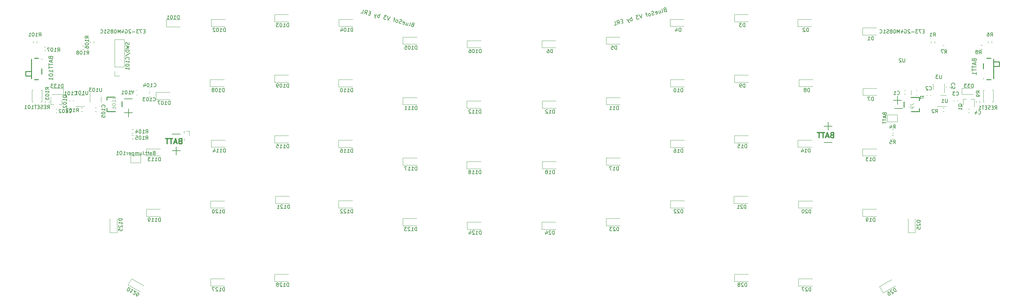
<source format=gbr>
%TF.GenerationSoftware,KiCad,Pcbnew,(5.99.0-8557-g8988e46ab1)*%
%TF.CreationDate,2021-02-24T09:02:56-07:00*%
%TF.ProjectId,SP56,53503536-2e6b-4696-9361-645f70636258,rev?*%
%TF.SameCoordinates,Original*%
%TF.FileFunction,Legend,Bot*%
%TF.FilePolarity,Positive*%
%FSLAX46Y46*%
G04 Gerber Fmt 4.6, Leading zero omitted, Abs format (unit mm)*
G04 Created by KiCad (PCBNEW (5.99.0-8557-g8988e46ab1)) date 2021-02-24 09:02:56*
%MOMM*%
%LPD*%
G01*
G04 APERTURE LIST*
%ADD10C,0.150000*%
%ADD11C,0.300000*%
%ADD12C,0.200000*%
%ADD13C,0.015000*%
%ADD14C,0.152000*%
%ADD15C,0.120000*%
%ADD16C,0.254000*%
G04 APERTURE END LIST*
D10*
X115232142Y-27635714D02*
X117517857Y-27635714D01*
D11*
X130878571Y-39492857D02*
X130664285Y-39564285D01*
X130592857Y-39635714D01*
X130521428Y-39778571D01*
X130521428Y-39992857D01*
X130592857Y-40135714D01*
X130664285Y-40207142D01*
X130807142Y-40278571D01*
X131378571Y-40278571D01*
X131378571Y-38778571D01*
X130878571Y-38778571D01*
X130735714Y-38850000D01*
X130664285Y-38921428D01*
X130592857Y-39064285D01*
X130592857Y-39207142D01*
X130664285Y-39350000D01*
X130735714Y-39421428D01*
X130878571Y-39492857D01*
X131378571Y-39492857D01*
X129950000Y-39850000D02*
X129235714Y-39850000D01*
X130092857Y-40278571D02*
X129592857Y-38778571D01*
X129092857Y-40278571D01*
X128807142Y-38778571D02*
X127950000Y-38778571D01*
X128378571Y-40278571D02*
X128378571Y-38778571D01*
X127664285Y-38778571D02*
X126807142Y-38778571D01*
X127235714Y-40278571D02*
X127235714Y-38778571D01*
D10*
X129814285Y-41057142D02*
X129814285Y-43342857D01*
X130957142Y-42200000D02*
X128671428Y-42200000D01*
D12*
X266925334Y-2600786D02*
X266787103Y-2692053D01*
X266750064Y-2756207D01*
X266726583Y-2870956D01*
X266767254Y-3022744D01*
X266844965Y-3110379D01*
X266909118Y-3147418D01*
X267023867Y-3170900D01*
X267428636Y-3062443D01*
X267143935Y-1999924D01*
X266789763Y-2094824D01*
X266702128Y-2172535D01*
X266665089Y-2236688D01*
X266641607Y-2351438D01*
X266668721Y-2452630D01*
X266746432Y-2540265D01*
X266810585Y-2577304D01*
X266925334Y-2600786D01*
X267279507Y-2505885D01*
X266214330Y-3387815D02*
X266301965Y-3310105D01*
X266325446Y-3195355D01*
X266081417Y-2284625D01*
X265164395Y-2909942D02*
X265354196Y-3618287D01*
X265619760Y-2787927D02*
X265768889Y-3344484D01*
X265745407Y-3459234D01*
X265657772Y-3536944D01*
X265505984Y-3577616D01*
X265391235Y-3554134D01*
X265327081Y-3517095D01*
X264429908Y-3811720D02*
X264544658Y-3835202D01*
X264747042Y-3780973D01*
X264834677Y-3703263D01*
X264858159Y-3588514D01*
X264749702Y-3183745D01*
X264671991Y-3096110D01*
X264557242Y-3072628D01*
X264354857Y-3126857D01*
X264267222Y-3204567D01*
X264243740Y-3319317D01*
X264270855Y-3420509D01*
X264803930Y-3386129D01*
X263974543Y-3933735D02*
X263836312Y-4025003D01*
X263583332Y-4092789D01*
X263468582Y-4069307D01*
X263404429Y-4032268D01*
X263326718Y-3944633D01*
X263299604Y-3843441D01*
X263323086Y-3728691D01*
X263360125Y-3664538D01*
X263447760Y-3586828D01*
X263636587Y-3482003D01*
X263724222Y-3404292D01*
X263761261Y-3340139D01*
X263784743Y-3225390D01*
X263757628Y-3124197D01*
X263679918Y-3036562D01*
X263615765Y-2999523D01*
X263501015Y-2976042D01*
X263248035Y-3043828D01*
X263109803Y-3135095D01*
X262773794Y-4309704D02*
X262861429Y-4231993D01*
X262898468Y-4167840D01*
X262921949Y-4053091D01*
X262840606Y-3749514D01*
X262762896Y-3661879D01*
X262698743Y-3624840D01*
X262583993Y-3601358D01*
X262432205Y-3642030D01*
X262344570Y-3719740D01*
X262307531Y-3783894D01*
X262284049Y-3898643D01*
X262365392Y-4202220D01*
X262443103Y-4289855D01*
X262507256Y-4326894D01*
X262622005Y-4350375D01*
X262773794Y-4309704D01*
X261926244Y-3777602D02*
X261521475Y-3886059D01*
X261964256Y-4526619D02*
X261720227Y-3615889D01*
X261642516Y-3528254D01*
X261527767Y-3504772D01*
X261426574Y-3531886D01*
X260414652Y-3803030D02*
X260345180Y-4960449D01*
X259706306Y-3992831D01*
X259453326Y-4060617D02*
X258795576Y-4236860D01*
X259258207Y-4546729D01*
X259106418Y-4587400D01*
X259018783Y-4665111D01*
X258981744Y-4729264D01*
X258958263Y-4844014D01*
X259026049Y-5096994D01*
X259103759Y-5184629D01*
X259167912Y-5221668D01*
X259282662Y-5245150D01*
X259586239Y-5163807D01*
X259673874Y-5086096D01*
X259710912Y-5021943D01*
X257815375Y-5638308D02*
X257530674Y-4575790D01*
X257639131Y-4980559D02*
X257524382Y-4957077D01*
X257321997Y-5011306D01*
X257234362Y-5089016D01*
X257197323Y-5153170D01*
X257173841Y-5267919D01*
X257255185Y-5571496D01*
X257332895Y-5659131D01*
X257397048Y-5696170D01*
X257511798Y-5719651D01*
X257714182Y-5665423D01*
X257801817Y-5587712D01*
X256765440Y-5160435D02*
X256702260Y-5936566D01*
X256259479Y-5296007D02*
X256702260Y-5936566D01*
X256871238Y-6162433D01*
X256935391Y-6199472D01*
X257050141Y-6222953D01*
X255085844Y-5773168D02*
X254731671Y-5868068D01*
X254729012Y-6465297D02*
X255234973Y-6329725D01*
X254950272Y-5267206D01*
X254444311Y-5402778D01*
X253666493Y-6749998D02*
X253885094Y-6149136D01*
X254273646Y-6587311D02*
X253988946Y-5524793D01*
X253584177Y-5633251D01*
X253496542Y-5710961D01*
X253459503Y-5775114D01*
X253436021Y-5889864D01*
X253476692Y-6041652D01*
X253554403Y-6129287D01*
X253618556Y-6166326D01*
X253733306Y-6189808D01*
X254138075Y-6081350D01*
X252705167Y-7007584D02*
X253211128Y-6872012D01*
X252926427Y-5809494D01*
D10*
X331371145Y-30319729D02*
X333656860Y-30319729D01*
X311607142Y-39885714D02*
X313892857Y-39885714D01*
X332228288Y-26891157D02*
X332228288Y-29176872D01*
X333371145Y-28034015D02*
X331085431Y-28034015D01*
X312764285Y-34157142D02*
X312764285Y-36442857D01*
X313907142Y-35300000D02*
X311621428Y-35300000D01*
D11*
X313828569Y-37792857D02*
X313614283Y-37864285D01*
X313542855Y-37935714D01*
X313471426Y-38078571D01*
X313471426Y-38292857D01*
X313542855Y-38435714D01*
X313614283Y-38507142D01*
X313757140Y-38578571D01*
X314328569Y-38578571D01*
X314328569Y-37078571D01*
X313828569Y-37078571D01*
X313685712Y-37150000D01*
X313614283Y-37221428D01*
X313542855Y-37364285D01*
X313542855Y-37507142D01*
X313614283Y-37650000D01*
X313685712Y-37721428D01*
X313828569Y-37792857D01*
X314328569Y-37792857D01*
X312899998Y-38150000D02*
X312185712Y-38150000D01*
X313042855Y-38578571D02*
X312542855Y-37078571D01*
X312042855Y-38578571D01*
X311757140Y-37078571D02*
X310899998Y-37078571D01*
X311328569Y-38578571D02*
X311328569Y-37078571D01*
X310614283Y-37078571D02*
X309757140Y-37078571D01*
X310185712Y-38578571D02*
X310185712Y-37078571D01*
D10*
X130942857Y-37514285D02*
X128657142Y-37514285D01*
X328603571Y-31880952D02*
X328651190Y-32023809D01*
X328698809Y-32071428D01*
X328794047Y-32119047D01*
X328936904Y-32119047D01*
X329032142Y-32071428D01*
X329079761Y-32023809D01*
X329127380Y-31928571D01*
X329127380Y-31547619D01*
X328127380Y-31547619D01*
X328127380Y-31880952D01*
X328175000Y-31976190D01*
X328222619Y-32023809D01*
X328317857Y-32071428D01*
X328413095Y-32071428D01*
X328508333Y-32023809D01*
X328555952Y-31976190D01*
X328603571Y-31880952D01*
X328603571Y-31547619D01*
X328841666Y-32500000D02*
X328841666Y-32976190D01*
X329127380Y-32404761D02*
X328127380Y-32738095D01*
X329127380Y-33071428D01*
X328127380Y-33261904D02*
X328127380Y-33833333D01*
X329127380Y-33547619D02*
X328127380Y-33547619D01*
X328127380Y-34023809D02*
X328127380Y-34595238D01*
X329127380Y-34309523D02*
X328127380Y-34309523D01*
D12*
X196127003Y-6781440D02*
X195961657Y-6791365D01*
X195897504Y-6828404D01*
X195819794Y-6916039D01*
X195779122Y-7067827D01*
X195802604Y-7182576D01*
X195839643Y-7246730D01*
X195927278Y-7324440D01*
X196332047Y-7432898D01*
X196616748Y-6370379D01*
X196262575Y-6275479D01*
X196147825Y-6298961D01*
X196083672Y-6336000D01*
X196005962Y-6423635D01*
X195978847Y-6524827D01*
X196002329Y-6639576D01*
X196039368Y-6703730D01*
X196127003Y-6781440D01*
X196481176Y-6876340D01*
X195117740Y-7107525D02*
X195232489Y-7084043D01*
X195310200Y-6996408D01*
X195554229Y-6085678D01*
X194447407Y-6168707D02*
X194257606Y-6877053D01*
X194902772Y-6290722D02*
X194753643Y-6847279D01*
X194675932Y-6934914D01*
X194561183Y-6958396D01*
X194409394Y-6917725D01*
X194321759Y-6840014D01*
X194284720Y-6775861D01*
X193360433Y-6582427D02*
X193448068Y-6660138D01*
X193650453Y-6714367D01*
X193765202Y-6690885D01*
X193842913Y-6603250D01*
X193951370Y-6198481D01*
X193927888Y-6083732D01*
X193840253Y-6006021D01*
X193637869Y-5951792D01*
X193523119Y-5975274D01*
X193445409Y-6062909D01*
X193418295Y-6164101D01*
X193897141Y-6400865D01*
X192905068Y-6460413D02*
X192739723Y-6470337D01*
X192486742Y-6402551D01*
X192399107Y-6324841D01*
X192362068Y-6260688D01*
X192338586Y-6145938D01*
X192365701Y-6044746D01*
X192443411Y-5957111D01*
X192507564Y-5920072D01*
X192622314Y-5896590D01*
X192838256Y-5900223D01*
X192953005Y-5876741D01*
X193017158Y-5839702D01*
X193094869Y-5752067D01*
X193121983Y-5650875D01*
X193098501Y-5536126D01*
X193061462Y-5471972D01*
X192973827Y-5394262D01*
X192720847Y-5326476D01*
X192555501Y-5336400D01*
X191677204Y-6185636D02*
X191791954Y-6162155D01*
X191856107Y-6125116D01*
X191933817Y-6037481D01*
X192015161Y-5733904D01*
X191991679Y-5619155D01*
X191954640Y-5555001D01*
X191867005Y-5477291D01*
X191715216Y-5436619D01*
X191600467Y-5460101D01*
X191536314Y-5497140D01*
X191458603Y-5584775D01*
X191377260Y-5888352D01*
X191400742Y-6003101D01*
X191437781Y-6067254D01*
X191525416Y-6144965D01*
X191677204Y-6185636D01*
X191209255Y-5301047D02*
X190804486Y-5192590D01*
X190867666Y-5968721D02*
X191111696Y-5057991D01*
X191088214Y-4943242D01*
X191000579Y-4865531D01*
X190899387Y-4838417D01*
X189887464Y-4567273D02*
X189248591Y-5534891D01*
X189179119Y-4377473D01*
X188926138Y-4309687D02*
X188268389Y-4133443D01*
X188514104Y-4633112D01*
X188362316Y-4592441D01*
X188247566Y-4615923D01*
X188183413Y-4652962D01*
X188105702Y-4740597D01*
X188037917Y-4993577D01*
X188061398Y-5108327D01*
X188098437Y-5172480D01*
X188186072Y-5250190D01*
X188489649Y-5331534D01*
X188604398Y-5308052D01*
X188668552Y-5271013D01*
X186718785Y-4857032D02*
X187003486Y-3794514D01*
X186895028Y-4199282D02*
X186807393Y-4121572D01*
X186605009Y-4067343D01*
X186490259Y-4090825D01*
X186426106Y-4127864D01*
X186348396Y-4215499D01*
X186267053Y-4519076D01*
X186290534Y-4633825D01*
X186327573Y-4697978D01*
X186415208Y-4775689D01*
X186617593Y-4829918D01*
X186732342Y-4806436D01*
X186048452Y-3918214D02*
X185605670Y-4558774D01*
X185542490Y-3782642D02*
X185605670Y-4558774D01*
X185639077Y-4838869D01*
X185676116Y-4903022D01*
X185763751Y-4980733D01*
X184287512Y-3609058D02*
X183933339Y-3514158D01*
X183632422Y-4030043D02*
X184138383Y-4165615D01*
X184423084Y-3103097D01*
X183917123Y-2967525D01*
X182569904Y-3745343D02*
X183059648Y-3334282D01*
X183177057Y-3908029D02*
X183461758Y-2845510D01*
X183056989Y-2737053D01*
X182942240Y-2760535D01*
X182878086Y-2797574D01*
X182800376Y-2885209D01*
X182759704Y-3036997D01*
X182783186Y-3151746D01*
X182820225Y-3215900D01*
X182907860Y-3293610D01*
X183312629Y-3402068D01*
X181608577Y-3487756D02*
X182114538Y-3623328D01*
X182399239Y-2560809D01*
D10*
X116389285Y-30407142D02*
X116389285Y-32692857D01*
X117532142Y-31550000D02*
X115246428Y-31550000D01*
%TO.C,D103*%
X161365476Y-7402380D02*
X161365476Y-6402380D01*
X161127380Y-6402380D01*
X160984523Y-6450000D01*
X160889285Y-6545238D01*
X160841666Y-6640476D01*
X160794047Y-6830952D01*
X160794047Y-6973809D01*
X160841666Y-7164285D01*
X160889285Y-7259523D01*
X160984523Y-7354761D01*
X161127380Y-7402380D01*
X161365476Y-7402380D01*
X159841666Y-7402380D02*
X160413095Y-7402380D01*
X160127380Y-7402380D02*
X160127380Y-6402380D01*
X160222619Y-6545238D01*
X160317857Y-6640476D01*
X160413095Y-6688095D01*
X159222619Y-6402380D02*
X159127380Y-6402380D01*
X159032142Y-6450000D01*
X158984523Y-6497619D01*
X158936904Y-6592857D01*
X158889285Y-6783333D01*
X158889285Y-7021428D01*
X158936904Y-7211904D01*
X158984523Y-7307142D01*
X159032142Y-7354761D01*
X159127380Y-7402380D01*
X159222619Y-7402380D01*
X159317857Y-7354761D01*
X159365476Y-7307142D01*
X159413095Y-7211904D01*
X159460714Y-7021428D01*
X159460714Y-6783333D01*
X159413095Y-6592857D01*
X159365476Y-6497619D01*
X159317857Y-6450000D01*
X159222619Y-6402380D01*
X158555952Y-6402380D02*
X157936904Y-6402380D01*
X158270238Y-6783333D01*
X158127380Y-6783333D01*
X158032142Y-6830952D01*
X157984523Y-6878571D01*
X157936904Y-6973809D01*
X157936904Y-7211904D01*
X157984523Y-7307142D01*
X158032142Y-7354761D01*
X158127380Y-7402380D01*
X158413095Y-7402380D01*
X158508333Y-7354761D01*
X158555952Y-7307142D01*
%TO.C,D125*%
X114627380Y-61309522D02*
X113627380Y-61309522D01*
X113627380Y-61547618D01*
X113675000Y-61690475D01*
X113770238Y-61785713D01*
X113865476Y-61833332D01*
X114055952Y-61880951D01*
X114198809Y-61880951D01*
X114389285Y-61833332D01*
X114484523Y-61785713D01*
X114579761Y-61690475D01*
X114627380Y-61547618D01*
X114627380Y-61309522D01*
X114627380Y-62833332D02*
X114627380Y-62261903D01*
X114627380Y-62547618D02*
X113627380Y-62547618D01*
X113770238Y-62452379D01*
X113865476Y-62357141D01*
X113913095Y-62261903D01*
X113722619Y-63214284D02*
X113675000Y-63261903D01*
X113627380Y-63357141D01*
X113627380Y-63595237D01*
X113675000Y-63690475D01*
X113722619Y-63738094D01*
X113817857Y-63785713D01*
X113913095Y-63785713D01*
X114055952Y-63738094D01*
X114627380Y-63166665D01*
X114627380Y-63785713D01*
X113627380Y-64690475D02*
X113627380Y-64214284D01*
X114103571Y-64166665D01*
X114055952Y-64214284D01*
X114008333Y-64309522D01*
X114008333Y-64547618D01*
X114055952Y-64642856D01*
X114103571Y-64690475D01*
X114198809Y-64738094D01*
X114436904Y-64738094D01*
X114532142Y-64690475D01*
X114579761Y-64642856D01*
X114627380Y-64547618D01*
X114627380Y-64309522D01*
X114579761Y-64214284D01*
X114532142Y-64166665D01*
%TO.C,Q1*%
X350397619Y-29804761D02*
X350350000Y-29709523D01*
X350254761Y-29614285D01*
X350111904Y-29471428D01*
X350064285Y-29376190D01*
X350064285Y-29280952D01*
X350302380Y-29328571D02*
X350254761Y-29233333D01*
X350159523Y-29138095D01*
X349969047Y-29090476D01*
X349635714Y-29090476D01*
X349445238Y-29138095D01*
X349350000Y-29233333D01*
X349302380Y-29328571D01*
X349302380Y-29519047D01*
X349350000Y-29614285D01*
X349445238Y-29709523D01*
X349635714Y-29757142D01*
X349969047Y-29757142D01*
X350159523Y-29709523D01*
X350254761Y-29614285D01*
X350302380Y-29519047D01*
X350302380Y-29328571D01*
X350302380Y-30709523D02*
X350302380Y-30138095D01*
X350302380Y-30423809D02*
X349302380Y-30423809D01*
X349445238Y-30328571D01*
X349540476Y-30233333D01*
X349588095Y-30138095D01*
%TO.C,R105*%
X121269047Y-39052380D02*
X121602380Y-38576190D01*
X121840476Y-39052380D02*
X121840476Y-38052380D01*
X121459523Y-38052380D01*
X121364285Y-38100000D01*
X121316666Y-38147619D01*
X121269047Y-38242857D01*
X121269047Y-38385714D01*
X121316666Y-38480952D01*
X121364285Y-38528571D01*
X121459523Y-38576190D01*
X121840476Y-38576190D01*
X120316666Y-39052380D02*
X120888095Y-39052380D01*
X120602380Y-39052380D02*
X120602380Y-38052380D01*
X120697619Y-38195238D01*
X120792857Y-38290476D01*
X120888095Y-38338095D01*
X119697619Y-38052380D02*
X119602380Y-38052380D01*
X119507142Y-38100000D01*
X119459523Y-38147619D01*
X119411904Y-38242857D01*
X119364285Y-38433333D01*
X119364285Y-38671428D01*
X119411904Y-38861904D01*
X119459523Y-38957142D01*
X119507142Y-39004761D01*
X119602380Y-39052380D01*
X119697619Y-39052380D01*
X119792857Y-39004761D01*
X119840476Y-38957142D01*
X119888095Y-38861904D01*
X119935714Y-38671428D01*
X119935714Y-38433333D01*
X119888095Y-38242857D01*
X119840476Y-38147619D01*
X119792857Y-38100000D01*
X119697619Y-38052380D01*
X118459523Y-38052380D02*
X118935714Y-38052380D01*
X118983333Y-38528571D01*
X118935714Y-38480952D01*
X118840476Y-38433333D01*
X118602380Y-38433333D01*
X118507142Y-38480952D01*
X118459523Y-38528571D01*
X118411904Y-38623809D01*
X118411904Y-38861904D01*
X118459523Y-38957142D01*
X118507142Y-39004761D01*
X118602380Y-39052380D01*
X118840476Y-39052380D01*
X118935714Y-39004761D01*
X118983333Y-38957142D01*
%TO.C,U101*%
X104989285Y-25402380D02*
X104989285Y-26211904D01*
X104941666Y-26307142D01*
X104894047Y-26354761D01*
X104798809Y-26402380D01*
X104608333Y-26402380D01*
X104513095Y-26354761D01*
X104465476Y-26307142D01*
X104417857Y-26211904D01*
X104417857Y-25402380D01*
X103417857Y-26402380D02*
X103989285Y-26402380D01*
X103703571Y-26402380D02*
X103703571Y-25402380D01*
X103798809Y-25545238D01*
X103894047Y-25640476D01*
X103989285Y-25688095D01*
X102798809Y-25402380D02*
X102703571Y-25402380D01*
X102608333Y-25450000D01*
X102560714Y-25497619D01*
X102513095Y-25592857D01*
X102465476Y-25783333D01*
X102465476Y-26021428D01*
X102513095Y-26211904D01*
X102560714Y-26307142D01*
X102608333Y-26354761D01*
X102703571Y-26402380D01*
X102798809Y-26402380D01*
X102894047Y-26354761D01*
X102941666Y-26307142D01*
X102989285Y-26211904D01*
X103036904Y-26021428D01*
X103036904Y-25783333D01*
X102989285Y-25592857D01*
X102941666Y-25497619D01*
X102894047Y-25450000D01*
X102798809Y-25402380D01*
X101513095Y-26402380D02*
X102084523Y-26402380D01*
X101798809Y-26402380D02*
X101798809Y-25402380D01*
X101894047Y-25545238D01*
X101989285Y-25640476D01*
X102084523Y-25688095D01*
%TO.C,D33*%
X353464285Y-24452380D02*
X353464285Y-23452380D01*
X353226190Y-23452380D01*
X353083333Y-23500000D01*
X352988095Y-23595238D01*
X352940476Y-23690476D01*
X352892857Y-23880952D01*
X352892857Y-24023809D01*
X352940476Y-24214285D01*
X352988095Y-24309523D01*
X353083333Y-24404761D01*
X353226190Y-24452380D01*
X353464285Y-24452380D01*
X352559523Y-23452380D02*
X351940476Y-23452380D01*
X352273809Y-23833333D01*
X352130952Y-23833333D01*
X352035714Y-23880952D01*
X351988095Y-23928571D01*
X351940476Y-24023809D01*
X351940476Y-24261904D01*
X351988095Y-24357142D01*
X352035714Y-24404761D01*
X352130952Y-24452380D01*
X352416666Y-24452380D01*
X352511904Y-24404761D01*
X352559523Y-24357142D01*
X351607142Y-23452380D02*
X350988095Y-23452380D01*
X351321428Y-23833333D01*
X351178571Y-23833333D01*
X351083333Y-23880952D01*
X351035714Y-23928571D01*
X350988095Y-24023809D01*
X350988095Y-24261904D01*
X351035714Y-24357142D01*
X351083333Y-24404761D01*
X351178571Y-24452380D01*
X351464285Y-24452380D01*
X351559523Y-24404761D01*
X351607142Y-24357142D01*
%TO.C,R101*%
X91269047Y-10052380D02*
X91602380Y-9576190D01*
X91840476Y-10052380D02*
X91840476Y-9052380D01*
X91459523Y-9052380D01*
X91364285Y-9100000D01*
X91316666Y-9147619D01*
X91269047Y-9242857D01*
X91269047Y-9385714D01*
X91316666Y-9480952D01*
X91364285Y-9528571D01*
X91459523Y-9576190D01*
X91840476Y-9576190D01*
X90316666Y-10052380D02*
X90888095Y-10052380D01*
X90602380Y-10052380D02*
X90602380Y-9052380D01*
X90697619Y-9195238D01*
X90792857Y-9290476D01*
X90888095Y-9338095D01*
X89697619Y-9052380D02*
X89602380Y-9052380D01*
X89507142Y-9100000D01*
X89459523Y-9147619D01*
X89411904Y-9242857D01*
X89364285Y-9433333D01*
X89364285Y-9671428D01*
X89411904Y-9861904D01*
X89459523Y-9957142D01*
X89507142Y-10004761D01*
X89602380Y-10052380D01*
X89697619Y-10052380D01*
X89792857Y-10004761D01*
X89840476Y-9957142D01*
X89888095Y-9861904D01*
X89935714Y-9671428D01*
X89935714Y-9433333D01*
X89888095Y-9242857D01*
X89840476Y-9147619D01*
X89792857Y-9100000D01*
X89697619Y-9052380D01*
X88411904Y-10052380D02*
X88983333Y-10052380D01*
X88697619Y-10052380D02*
X88697619Y-9052380D01*
X88792857Y-9195238D01*
X88888095Y-9290476D01*
X88983333Y-9338095D01*
%TO.C,D101*%
X130654483Y-5186395D02*
X130654483Y-4186395D01*
X130416387Y-4186395D01*
X130273530Y-4234015D01*
X130178292Y-4329253D01*
X130130673Y-4424491D01*
X130083054Y-4614967D01*
X130083054Y-4757824D01*
X130130673Y-4948300D01*
X130178292Y-5043538D01*
X130273530Y-5138776D01*
X130416387Y-5186395D01*
X130654483Y-5186395D01*
X129130673Y-5186395D02*
X129702102Y-5186395D01*
X129416387Y-5186395D02*
X129416387Y-4186395D01*
X129511626Y-4329253D01*
X129606864Y-4424491D01*
X129702102Y-4472110D01*
X128511626Y-4186395D02*
X128416387Y-4186395D01*
X128321149Y-4234015D01*
X128273530Y-4281634D01*
X128225911Y-4376872D01*
X128178292Y-4567348D01*
X128178292Y-4805443D01*
X128225911Y-4995919D01*
X128273530Y-5091157D01*
X128321149Y-5138776D01*
X128416387Y-5186395D01*
X128511626Y-5186395D01*
X128606864Y-5138776D01*
X128654483Y-5091157D01*
X128702102Y-4995919D01*
X128749721Y-4805443D01*
X128749721Y-4567348D01*
X128702102Y-4376872D01*
X128654483Y-4281634D01*
X128606864Y-4234015D01*
X128511626Y-4186395D01*
X127225911Y-5186395D02*
X127797340Y-5186395D01*
X127511626Y-5186395D02*
X127511626Y-4186395D01*
X127606864Y-4329253D01*
X127702102Y-4424491D01*
X127797340Y-4472110D01*
%TO.C,D120*%
X143365476Y-59752380D02*
X143365476Y-58752380D01*
X143127380Y-58752380D01*
X142984523Y-58800000D01*
X142889285Y-58895238D01*
X142841666Y-58990476D01*
X142794047Y-59180952D01*
X142794047Y-59323809D01*
X142841666Y-59514285D01*
X142889285Y-59609523D01*
X142984523Y-59704761D01*
X143127380Y-59752380D01*
X143365476Y-59752380D01*
X141841666Y-59752380D02*
X142413095Y-59752380D01*
X142127380Y-59752380D02*
X142127380Y-58752380D01*
X142222619Y-58895238D01*
X142317857Y-58990476D01*
X142413095Y-59038095D01*
X141460714Y-58847619D02*
X141413095Y-58800000D01*
X141317857Y-58752380D01*
X141079761Y-58752380D01*
X140984523Y-58800000D01*
X140936904Y-58847619D01*
X140889285Y-58942857D01*
X140889285Y-59038095D01*
X140936904Y-59180952D01*
X141508333Y-59752380D01*
X140889285Y-59752380D01*
X140270238Y-58752380D02*
X140175000Y-58752380D01*
X140079761Y-58800000D01*
X140032142Y-58847619D01*
X139984523Y-58942857D01*
X139936904Y-59133333D01*
X139936904Y-59371428D01*
X139984523Y-59561904D01*
X140032142Y-59657142D01*
X140079761Y-59704761D01*
X140175000Y-59752380D01*
X140270238Y-59752380D01*
X140365476Y-59704761D01*
X140413095Y-59657142D01*
X140460714Y-59561904D01*
X140508333Y-59371428D01*
X140508333Y-59133333D01*
X140460714Y-58942857D01*
X140413095Y-58847619D01*
X140365476Y-58800000D01*
X140270238Y-58752380D01*
%TO.C,D109*%
X161365476Y-24402380D02*
X161365476Y-23402380D01*
X161127380Y-23402380D01*
X160984523Y-23450000D01*
X160889285Y-23545238D01*
X160841666Y-23640476D01*
X160794047Y-23830952D01*
X160794047Y-23973809D01*
X160841666Y-24164285D01*
X160889285Y-24259523D01*
X160984523Y-24354761D01*
X161127380Y-24402380D01*
X161365476Y-24402380D01*
X159841666Y-24402380D02*
X160413095Y-24402380D01*
X160127380Y-24402380D02*
X160127380Y-23402380D01*
X160222619Y-23545238D01*
X160317857Y-23640476D01*
X160413095Y-23688095D01*
X159222619Y-23402380D02*
X159127380Y-23402380D01*
X159032142Y-23450000D01*
X158984523Y-23497619D01*
X158936904Y-23592857D01*
X158889285Y-23783333D01*
X158889285Y-24021428D01*
X158936904Y-24211904D01*
X158984523Y-24307142D01*
X159032142Y-24354761D01*
X159127380Y-24402380D01*
X159222619Y-24402380D01*
X159317857Y-24354761D01*
X159365476Y-24307142D01*
X159413095Y-24211904D01*
X159460714Y-24021428D01*
X159460714Y-23783333D01*
X159413095Y-23592857D01*
X159365476Y-23497619D01*
X159317857Y-23450000D01*
X159222619Y-23402380D01*
X158413095Y-24402380D02*
X158222619Y-24402380D01*
X158127380Y-24354761D01*
X158079761Y-24307142D01*
X157984523Y-24164285D01*
X157936904Y-23973809D01*
X157936904Y-23592857D01*
X157984523Y-23497619D01*
X158032142Y-23450000D01*
X158127380Y-23402380D01*
X158317857Y-23402380D01*
X158413095Y-23450000D01*
X158460714Y-23497619D01*
X158508333Y-23592857D01*
X158508333Y-23830952D01*
X158460714Y-23926190D01*
X158413095Y-23973809D01*
X158317857Y-24021428D01*
X158127380Y-24021428D01*
X158032142Y-23973809D01*
X157984523Y-23926190D01*
X157936904Y-23830952D01*
%TO.C,C101*%
X101269047Y-26457142D02*
X101316666Y-26504761D01*
X101459523Y-26552380D01*
X101554761Y-26552380D01*
X101697619Y-26504761D01*
X101792857Y-26409523D01*
X101840476Y-26314285D01*
X101888095Y-26123809D01*
X101888095Y-25980952D01*
X101840476Y-25790476D01*
X101792857Y-25695238D01*
X101697619Y-25600000D01*
X101554761Y-25552380D01*
X101459523Y-25552380D01*
X101316666Y-25600000D01*
X101269047Y-25647619D01*
X100316666Y-26552380D02*
X100888095Y-26552380D01*
X100602380Y-26552380D02*
X100602380Y-25552380D01*
X100697619Y-25695238D01*
X100792857Y-25790476D01*
X100888095Y-25838095D01*
X99697619Y-25552380D02*
X99602380Y-25552380D01*
X99507142Y-25600000D01*
X99459523Y-25647619D01*
X99411904Y-25742857D01*
X99364285Y-25933333D01*
X99364285Y-26171428D01*
X99411904Y-26361904D01*
X99459523Y-26457142D01*
X99507142Y-26504761D01*
X99602380Y-26552380D01*
X99697619Y-26552380D01*
X99792857Y-26504761D01*
X99840476Y-26457142D01*
X99888095Y-26361904D01*
X99935714Y-26171428D01*
X99935714Y-25933333D01*
X99888095Y-25742857D01*
X99840476Y-25647619D01*
X99792857Y-25600000D01*
X99697619Y-25552380D01*
X98411904Y-26552380D02*
X98983333Y-26552380D01*
X98697619Y-26552380D02*
X98697619Y-25552380D01*
X98792857Y-25695238D01*
X98888095Y-25790476D01*
X98983333Y-25838095D01*
%TO.C,D26*%
X331925035Y-81666681D02*
X331425035Y-80800656D01*
X331218839Y-80919703D01*
X331118930Y-81032371D01*
X331084071Y-81162469D01*
X331090451Y-81268757D01*
X331144449Y-81457524D01*
X331215878Y-81581242D01*
X331352355Y-81722389D01*
X331441214Y-81781058D01*
X331571311Y-81815918D01*
X331718839Y-81785729D01*
X331925035Y-81666681D01*
X330647868Y-81359325D02*
X330582819Y-81341895D01*
X330476531Y-81348275D01*
X330270335Y-81467322D01*
X330211666Y-81556181D01*
X330194236Y-81621229D01*
X330200616Y-81727518D01*
X330248235Y-81809996D01*
X330360903Y-81909905D01*
X331141488Y-82119062D01*
X330605377Y-82428586D01*
X329363070Y-81991132D02*
X329528027Y-81895894D01*
X329634315Y-81889514D01*
X329699364Y-81906944D01*
X329853271Y-81983043D01*
X329989749Y-82124190D01*
X330180225Y-82454105D01*
X330186605Y-82560393D01*
X330169175Y-82625442D01*
X330110506Y-82714300D01*
X329945549Y-82809538D01*
X329839260Y-82815918D01*
X329774212Y-82798488D01*
X329685353Y-82739819D01*
X329566306Y-82533623D01*
X329559926Y-82427334D01*
X329577356Y-82362286D01*
X329636025Y-82273427D01*
X329800982Y-82178189D01*
X329907270Y-82171809D01*
X329972319Y-82189239D01*
X330061177Y-82247908D01*
%TO.C,D112*%
X215315476Y-31702380D02*
X215315476Y-30702380D01*
X215077380Y-30702380D01*
X214934523Y-30750000D01*
X214839285Y-30845238D01*
X214791666Y-30940476D01*
X214744047Y-31130952D01*
X214744047Y-31273809D01*
X214791666Y-31464285D01*
X214839285Y-31559523D01*
X214934523Y-31654761D01*
X215077380Y-31702380D01*
X215315476Y-31702380D01*
X213791666Y-31702380D02*
X214363095Y-31702380D01*
X214077380Y-31702380D02*
X214077380Y-30702380D01*
X214172619Y-30845238D01*
X214267857Y-30940476D01*
X214363095Y-30988095D01*
X212839285Y-31702380D02*
X213410714Y-31702380D01*
X213125000Y-31702380D02*
X213125000Y-30702380D01*
X213220238Y-30845238D01*
X213315476Y-30940476D01*
X213410714Y-30988095D01*
X212458333Y-30797619D02*
X212410714Y-30750000D01*
X212315476Y-30702380D01*
X212077380Y-30702380D01*
X211982142Y-30750000D01*
X211934523Y-30797619D01*
X211886904Y-30892857D01*
X211886904Y-30988095D01*
X211934523Y-31130952D01*
X212505952Y-31702380D01*
X211886904Y-31702380D01*
%TO.C,D127*%
X143365476Y-81652380D02*
X143365476Y-80652380D01*
X143127380Y-80652380D01*
X142984523Y-80700000D01*
X142889285Y-80795238D01*
X142841666Y-80890476D01*
X142794047Y-81080952D01*
X142794047Y-81223809D01*
X142841666Y-81414285D01*
X142889285Y-81509523D01*
X142984523Y-81604761D01*
X143127380Y-81652380D01*
X143365476Y-81652380D01*
X141841666Y-81652380D02*
X142413095Y-81652380D01*
X142127380Y-81652380D02*
X142127380Y-80652380D01*
X142222619Y-80795238D01*
X142317857Y-80890476D01*
X142413095Y-80938095D01*
X141460714Y-80747619D02*
X141413095Y-80700000D01*
X141317857Y-80652380D01*
X141079761Y-80652380D01*
X140984523Y-80700000D01*
X140936904Y-80747619D01*
X140889285Y-80842857D01*
X140889285Y-80938095D01*
X140936904Y-81080952D01*
X141508333Y-81652380D01*
X140889285Y-81652380D01*
X140555952Y-80652380D02*
X139889285Y-80652380D01*
X140317857Y-81652380D01*
%TO.C,R103*%
X94102380Y-24980952D02*
X93626190Y-24647619D01*
X94102380Y-24409523D02*
X93102380Y-24409523D01*
X93102380Y-24790476D01*
X93150000Y-24885714D01*
X93197619Y-24933333D01*
X93292857Y-24980952D01*
X93435714Y-24980952D01*
X93530952Y-24933333D01*
X93578571Y-24885714D01*
X93626190Y-24790476D01*
X93626190Y-24409523D01*
X94102380Y-25933333D02*
X94102380Y-25361904D01*
X94102380Y-25647619D02*
X93102380Y-25647619D01*
X93245238Y-25552380D01*
X93340476Y-25457142D01*
X93388095Y-25361904D01*
X93102380Y-26552380D02*
X93102380Y-26647619D01*
X93150000Y-26742857D01*
X93197619Y-26790476D01*
X93292857Y-26838095D01*
X93483333Y-26885714D01*
X93721428Y-26885714D01*
X93911904Y-26838095D01*
X94007142Y-26790476D01*
X94054761Y-26742857D01*
X94102380Y-26647619D01*
X94102380Y-26552380D01*
X94054761Y-26457142D01*
X94007142Y-26409523D01*
X93911904Y-26361904D01*
X93721428Y-26314285D01*
X93483333Y-26314285D01*
X93292857Y-26361904D01*
X93197619Y-26409523D01*
X93150000Y-26457142D01*
X93102380Y-26552380D01*
X93102380Y-27219047D02*
X93102380Y-27838095D01*
X93483333Y-27504761D01*
X93483333Y-27647619D01*
X93530952Y-27742857D01*
X93578571Y-27790476D01*
X93673809Y-27838095D01*
X93911904Y-27838095D01*
X94007142Y-27790476D01*
X94054761Y-27742857D01*
X94102380Y-27647619D01*
X94102380Y-27361904D01*
X94054761Y-27266666D01*
X94007142Y-27219047D01*
%TO.C,D116*%
X179315476Y-42702380D02*
X179315476Y-41702380D01*
X179077380Y-41702380D01*
X178934523Y-41750000D01*
X178839285Y-41845238D01*
X178791666Y-41940476D01*
X178744047Y-42130952D01*
X178744047Y-42273809D01*
X178791666Y-42464285D01*
X178839285Y-42559523D01*
X178934523Y-42654761D01*
X179077380Y-42702380D01*
X179315476Y-42702380D01*
X177791666Y-42702380D02*
X178363095Y-42702380D01*
X178077380Y-42702380D02*
X178077380Y-41702380D01*
X178172619Y-41845238D01*
X178267857Y-41940476D01*
X178363095Y-41988095D01*
X176839285Y-42702380D02*
X177410714Y-42702380D01*
X177125000Y-42702380D02*
X177125000Y-41702380D01*
X177220238Y-41845238D01*
X177315476Y-41940476D01*
X177410714Y-41988095D01*
X175982142Y-41702380D02*
X176172619Y-41702380D01*
X176267857Y-41750000D01*
X176315476Y-41797619D01*
X176410714Y-41940476D01*
X176458333Y-42130952D01*
X176458333Y-42511904D01*
X176410714Y-42607142D01*
X176363095Y-42654761D01*
X176267857Y-42702380D01*
X176077380Y-42702380D01*
X175982142Y-42654761D01*
X175934523Y-42607142D01*
X175886904Y-42511904D01*
X175886904Y-42273809D01*
X175934523Y-42178571D01*
X175982142Y-42130952D01*
X176077380Y-42083333D01*
X176267857Y-42083333D01*
X176363095Y-42130952D01*
X176410714Y-42178571D01*
X176458333Y-42273809D01*
%TO.C,D118*%
X215315476Y-48702380D02*
X215315476Y-47702380D01*
X215077380Y-47702380D01*
X214934523Y-47750000D01*
X214839285Y-47845238D01*
X214791666Y-47940476D01*
X214744047Y-48130952D01*
X214744047Y-48273809D01*
X214791666Y-48464285D01*
X214839285Y-48559523D01*
X214934523Y-48654761D01*
X215077380Y-48702380D01*
X215315476Y-48702380D01*
X213791666Y-48702380D02*
X214363095Y-48702380D01*
X214077380Y-48702380D02*
X214077380Y-47702380D01*
X214172619Y-47845238D01*
X214267857Y-47940476D01*
X214363095Y-47988095D01*
X212839285Y-48702380D02*
X213410714Y-48702380D01*
X213125000Y-48702380D02*
X213125000Y-47702380D01*
X213220238Y-47845238D01*
X213315476Y-47940476D01*
X213410714Y-47988095D01*
X212267857Y-48130952D02*
X212363095Y-48083333D01*
X212410714Y-48035714D01*
X212458333Y-47940476D01*
X212458333Y-47892857D01*
X212410714Y-47797619D01*
X212363095Y-47750000D01*
X212267857Y-47702380D01*
X212077380Y-47702380D01*
X211982142Y-47750000D01*
X211934523Y-47797619D01*
X211886904Y-47892857D01*
X211886904Y-47940476D01*
X211934523Y-48035714D01*
X211982142Y-48083333D01*
X212077380Y-48130952D01*
X212267857Y-48130952D01*
X212363095Y-48178571D01*
X212410714Y-48226190D01*
X212458333Y-48321428D01*
X212458333Y-48511904D01*
X212410714Y-48607142D01*
X212363095Y-48654761D01*
X212267857Y-48702380D01*
X212077380Y-48702380D01*
X211982142Y-48654761D01*
X211934523Y-48607142D01*
X211886904Y-48511904D01*
X211886904Y-48321428D01*
X211934523Y-48226190D01*
X211982142Y-48178571D01*
X212077380Y-48130952D01*
%TO.C,R9*%
X355302380Y-26033333D02*
X354826190Y-25700000D01*
X355302380Y-25461904D02*
X354302380Y-25461904D01*
X354302380Y-25842857D01*
X354350000Y-25938095D01*
X354397619Y-25985714D01*
X354492857Y-26033333D01*
X354635714Y-26033333D01*
X354730952Y-25985714D01*
X354778571Y-25938095D01*
X354826190Y-25842857D01*
X354826190Y-25461904D01*
X355302380Y-26509523D02*
X355302380Y-26700000D01*
X355254761Y-26795238D01*
X355207142Y-26842857D01*
X355064285Y-26938095D01*
X354873809Y-26985714D01*
X354492857Y-26985714D01*
X354397619Y-26938095D01*
X354350000Y-26890476D01*
X354302380Y-26795238D01*
X354302380Y-26604761D01*
X354350000Y-26509523D01*
X354397619Y-26461904D01*
X354492857Y-26414285D01*
X354730952Y-26414285D01*
X354826190Y-26461904D01*
X354873809Y-26509523D01*
X354921428Y-26604761D01*
X354921428Y-26795238D01*
X354873809Y-26890476D01*
X354826190Y-26938095D01*
X354730952Y-26985714D01*
%TO.C,D14*%
X307689285Y-42652380D02*
X307689285Y-41652380D01*
X307451190Y-41652380D01*
X307308333Y-41700000D01*
X307213095Y-41795238D01*
X307165476Y-41890476D01*
X307117857Y-42080952D01*
X307117857Y-42223809D01*
X307165476Y-42414285D01*
X307213095Y-42509523D01*
X307308333Y-42604761D01*
X307451190Y-42652380D01*
X307689285Y-42652380D01*
X306165476Y-42652380D02*
X306736904Y-42652380D01*
X306451190Y-42652380D02*
X306451190Y-41652380D01*
X306546428Y-41795238D01*
X306641666Y-41890476D01*
X306736904Y-41938095D01*
X305308333Y-41985714D02*
X305308333Y-42652380D01*
X305546428Y-41604761D02*
X305784523Y-42319047D01*
X305165476Y-42319047D01*
%TO.C,D111*%
X197365476Y-30702380D02*
X197365476Y-29702380D01*
X197127380Y-29702380D01*
X196984523Y-29750000D01*
X196889285Y-29845238D01*
X196841666Y-29940476D01*
X196794047Y-30130952D01*
X196794047Y-30273809D01*
X196841666Y-30464285D01*
X196889285Y-30559523D01*
X196984523Y-30654761D01*
X197127380Y-30702380D01*
X197365476Y-30702380D01*
X195841666Y-30702380D02*
X196413095Y-30702380D01*
X196127380Y-30702380D02*
X196127380Y-29702380D01*
X196222619Y-29845238D01*
X196317857Y-29940476D01*
X196413095Y-29988095D01*
X194889285Y-30702380D02*
X195460714Y-30702380D01*
X195175000Y-30702380D02*
X195175000Y-29702380D01*
X195270238Y-29845238D01*
X195365476Y-29940476D01*
X195460714Y-29988095D01*
X193936904Y-30702380D02*
X194508333Y-30702380D01*
X194222619Y-30702380D02*
X194222619Y-29702380D01*
X194317857Y-29845238D01*
X194413095Y-29940476D01*
X194508333Y-29988095D01*
%TO.C,D105*%
X197365476Y-13702380D02*
X197365476Y-12702380D01*
X197127380Y-12702380D01*
X196984523Y-12750000D01*
X196889285Y-12845238D01*
X196841666Y-12940476D01*
X196794047Y-13130952D01*
X196794047Y-13273809D01*
X196841666Y-13464285D01*
X196889285Y-13559523D01*
X196984523Y-13654761D01*
X197127380Y-13702380D01*
X197365476Y-13702380D01*
X195841666Y-13702380D02*
X196413095Y-13702380D01*
X196127380Y-13702380D02*
X196127380Y-12702380D01*
X196222619Y-12845238D01*
X196317857Y-12940476D01*
X196413095Y-12988095D01*
X195222619Y-12702380D02*
X195127380Y-12702380D01*
X195032142Y-12750000D01*
X194984523Y-12797619D01*
X194936904Y-12892857D01*
X194889285Y-13083333D01*
X194889285Y-13321428D01*
X194936904Y-13511904D01*
X194984523Y-13607142D01*
X195032142Y-13654761D01*
X195127380Y-13702380D01*
X195222619Y-13702380D01*
X195317857Y-13654761D01*
X195365476Y-13607142D01*
X195413095Y-13511904D01*
X195460714Y-13321428D01*
X195460714Y-13083333D01*
X195413095Y-12892857D01*
X195365476Y-12797619D01*
X195317857Y-12750000D01*
X195222619Y-12702380D01*
X193984523Y-12702380D02*
X194460714Y-12702380D01*
X194508333Y-13178571D01*
X194460714Y-13130952D01*
X194365476Y-13083333D01*
X194127380Y-13083333D01*
X194032142Y-13130952D01*
X193984523Y-13178571D01*
X193936904Y-13273809D01*
X193936904Y-13511904D01*
X193984523Y-13607142D01*
X194032142Y-13654761D01*
X194127380Y-13702380D01*
X194365476Y-13702380D01*
X194460714Y-13654761D01*
X194508333Y-13607142D01*
%TO.C,D110*%
X179315476Y-25702380D02*
X179315476Y-24702380D01*
X179077380Y-24702380D01*
X178934523Y-24750000D01*
X178839285Y-24845238D01*
X178791666Y-24940476D01*
X178744047Y-25130952D01*
X178744047Y-25273809D01*
X178791666Y-25464285D01*
X178839285Y-25559523D01*
X178934523Y-25654761D01*
X179077380Y-25702380D01*
X179315476Y-25702380D01*
X177791666Y-25702380D02*
X178363095Y-25702380D01*
X178077380Y-25702380D02*
X178077380Y-24702380D01*
X178172619Y-24845238D01*
X178267857Y-24940476D01*
X178363095Y-24988095D01*
X176839285Y-25702380D02*
X177410714Y-25702380D01*
X177125000Y-25702380D02*
X177125000Y-24702380D01*
X177220238Y-24845238D01*
X177315476Y-24940476D01*
X177410714Y-24988095D01*
X176220238Y-24702380D02*
X176125000Y-24702380D01*
X176029761Y-24750000D01*
X175982142Y-24797619D01*
X175934523Y-24892857D01*
X175886904Y-25083333D01*
X175886904Y-25321428D01*
X175934523Y-25511904D01*
X175982142Y-25607142D01*
X176029761Y-25654761D01*
X176125000Y-25702380D01*
X176220238Y-25702380D01*
X176315476Y-25654761D01*
X176363095Y-25607142D01*
X176410714Y-25511904D01*
X176458333Y-25321428D01*
X176458333Y-25083333D01*
X176410714Y-24892857D01*
X176363095Y-24797619D01*
X176315476Y-24750000D01*
X176220238Y-24702380D01*
%TO.C,D117*%
X197365476Y-47702380D02*
X197365476Y-46702380D01*
X197127380Y-46702380D01*
X196984523Y-46750000D01*
X196889285Y-46845238D01*
X196841666Y-46940476D01*
X196794047Y-47130952D01*
X196794047Y-47273809D01*
X196841666Y-47464285D01*
X196889285Y-47559523D01*
X196984523Y-47654761D01*
X197127380Y-47702380D01*
X197365476Y-47702380D01*
X195841666Y-47702380D02*
X196413095Y-47702380D01*
X196127380Y-47702380D02*
X196127380Y-46702380D01*
X196222619Y-46845238D01*
X196317857Y-46940476D01*
X196413095Y-46988095D01*
X194889285Y-47702380D02*
X195460714Y-47702380D01*
X195175000Y-47702380D02*
X195175000Y-46702380D01*
X195270238Y-46845238D01*
X195365476Y-46940476D01*
X195460714Y-46988095D01*
X194555952Y-46702380D02*
X193889285Y-46702380D01*
X194317857Y-47702380D01*
%TO.C,C3*%
X348716666Y-26557142D02*
X348764285Y-26604761D01*
X348907142Y-26652380D01*
X349002380Y-26652380D01*
X349145238Y-26604761D01*
X349240476Y-26509523D01*
X349288095Y-26414285D01*
X349335714Y-26223809D01*
X349335714Y-26080952D01*
X349288095Y-25890476D01*
X349240476Y-25795238D01*
X349145238Y-25700000D01*
X349002380Y-25652380D01*
X348907142Y-25652380D01*
X348764285Y-25700000D01*
X348716666Y-25747619D01*
X348383333Y-25652380D02*
X347764285Y-25652380D01*
X348097619Y-26033333D01*
X347954761Y-26033333D01*
X347859523Y-26080952D01*
X347811904Y-26128571D01*
X347764285Y-26223809D01*
X347764285Y-26461904D01*
X347811904Y-26557142D01*
X347859523Y-26604761D01*
X347954761Y-26652380D01*
X348240476Y-26652380D01*
X348335714Y-26604761D01*
X348383333Y-26557142D01*
%TO.C,D121*%
X161565476Y-58452380D02*
X161565476Y-57452380D01*
X161327380Y-57452380D01*
X161184523Y-57500000D01*
X161089285Y-57595238D01*
X161041666Y-57690476D01*
X160994047Y-57880952D01*
X160994047Y-58023809D01*
X161041666Y-58214285D01*
X161089285Y-58309523D01*
X161184523Y-58404761D01*
X161327380Y-58452380D01*
X161565476Y-58452380D01*
X160041666Y-58452380D02*
X160613095Y-58452380D01*
X160327380Y-58452380D02*
X160327380Y-57452380D01*
X160422619Y-57595238D01*
X160517857Y-57690476D01*
X160613095Y-57738095D01*
X159660714Y-57547619D02*
X159613095Y-57500000D01*
X159517857Y-57452380D01*
X159279761Y-57452380D01*
X159184523Y-57500000D01*
X159136904Y-57547619D01*
X159089285Y-57642857D01*
X159089285Y-57738095D01*
X159136904Y-57880952D01*
X159708333Y-58452380D01*
X159089285Y-58452380D01*
X158136904Y-58452380D02*
X158708333Y-58452380D01*
X158422619Y-58452380D02*
X158422619Y-57452380D01*
X158517857Y-57595238D01*
X158613095Y-57690476D01*
X158708333Y-57738095D01*
%TO.C,D11*%
X253889285Y-30702380D02*
X253889285Y-29702380D01*
X253651190Y-29702380D01*
X253508333Y-29750000D01*
X253413095Y-29845238D01*
X253365476Y-29940476D01*
X253317857Y-30130952D01*
X253317857Y-30273809D01*
X253365476Y-30464285D01*
X253413095Y-30559523D01*
X253508333Y-30654761D01*
X253651190Y-30702380D01*
X253889285Y-30702380D01*
X252365476Y-30702380D02*
X252936904Y-30702380D01*
X252651190Y-30702380D02*
X252651190Y-29702380D01*
X252746428Y-29845238D01*
X252841666Y-29940476D01*
X252936904Y-29988095D01*
X251413095Y-30702380D02*
X251984523Y-30702380D01*
X251698809Y-30702380D02*
X251698809Y-29702380D01*
X251794047Y-29845238D01*
X251889285Y-29940476D01*
X251984523Y-29988095D01*
%TO.C,C4*%
X354916666Y-31857142D02*
X354964285Y-31904761D01*
X355107142Y-31952380D01*
X355202380Y-31952380D01*
X355345238Y-31904761D01*
X355440476Y-31809523D01*
X355488095Y-31714285D01*
X355535714Y-31523809D01*
X355535714Y-31380952D01*
X355488095Y-31190476D01*
X355440476Y-31095238D01*
X355345238Y-31000000D01*
X355202380Y-30952380D01*
X355107142Y-30952380D01*
X354964285Y-31000000D01*
X354916666Y-31047619D01*
X354059523Y-31285714D02*
X354059523Y-31952380D01*
X354297619Y-30904761D02*
X354535714Y-31619047D01*
X353916666Y-31619047D01*
%TO.C,R2*%
X342816666Y-31552380D02*
X343150000Y-31076190D01*
X343388095Y-31552380D02*
X343388095Y-30552380D01*
X343007142Y-30552380D01*
X342911904Y-30600000D01*
X342864285Y-30647619D01*
X342816666Y-30742857D01*
X342816666Y-30885714D01*
X342864285Y-30980952D01*
X342911904Y-31028571D01*
X343007142Y-31076190D01*
X343388095Y-31076190D01*
X342435714Y-30647619D02*
X342388095Y-30600000D01*
X342292857Y-30552380D01*
X342054761Y-30552380D01*
X341959523Y-30600000D01*
X341911904Y-30647619D01*
X341864285Y-30742857D01*
X341864285Y-30838095D01*
X341911904Y-30980952D01*
X342483333Y-31552380D01*
X341864285Y-31552380D01*
%TO.C,D19*%
X325889285Y-62102380D02*
X325889285Y-61102380D01*
X325651190Y-61102380D01*
X325508333Y-61150000D01*
X325413095Y-61245238D01*
X325365476Y-61340476D01*
X325317857Y-61530952D01*
X325317857Y-61673809D01*
X325365476Y-61864285D01*
X325413095Y-61959523D01*
X325508333Y-62054761D01*
X325651190Y-62102380D01*
X325889285Y-62102380D01*
X324365476Y-62102380D02*
X324936904Y-62102380D01*
X324651190Y-62102380D02*
X324651190Y-61102380D01*
X324746428Y-61245238D01*
X324841666Y-61340476D01*
X324936904Y-61388095D01*
X323889285Y-62102380D02*
X323698809Y-62102380D01*
X323603571Y-62054761D01*
X323555952Y-62007142D01*
X323460714Y-61864285D01*
X323413095Y-61673809D01*
X323413095Y-61292857D01*
X323460714Y-61197619D01*
X323508333Y-61150000D01*
X323603571Y-61102380D01*
X323794047Y-61102380D01*
X323889285Y-61150000D01*
X323936904Y-61197619D01*
X323984523Y-61292857D01*
X323984523Y-61530952D01*
X323936904Y-61626190D01*
X323889285Y-61673809D01*
X323794047Y-61721428D01*
X323603571Y-61721428D01*
X323508333Y-61673809D01*
X323460714Y-61626190D01*
X323413095Y-61530952D01*
%TO.C,Y101*%
X117603571Y-25826190D02*
X117603571Y-26302380D01*
X117936904Y-25302380D02*
X117603571Y-25826190D01*
X117270238Y-25302380D01*
X116413095Y-26302380D02*
X116984523Y-26302380D01*
X116698809Y-26302380D02*
X116698809Y-25302380D01*
X116794047Y-25445238D01*
X116889285Y-25540476D01*
X116984523Y-25588095D01*
X115794047Y-25302380D02*
X115698809Y-25302380D01*
X115603571Y-25350000D01*
X115555952Y-25397619D01*
X115508333Y-25492857D01*
X115460714Y-25683333D01*
X115460714Y-25921428D01*
X115508333Y-26111904D01*
X115555952Y-26207142D01*
X115603571Y-26254761D01*
X115698809Y-26302380D01*
X115794047Y-26302380D01*
X115889285Y-26254761D01*
X115936904Y-26207142D01*
X115984523Y-26111904D01*
X116032142Y-25921428D01*
X116032142Y-25683333D01*
X115984523Y-25492857D01*
X115936904Y-25397619D01*
X115889285Y-25350000D01*
X115794047Y-25302380D01*
X114508333Y-26302380D02*
X115079761Y-26302380D01*
X114794047Y-26302380D02*
X114794047Y-25302380D01*
X114889285Y-25445238D01*
X114984523Y-25540476D01*
X115079761Y-25588095D01*
%TO.C,D27*%
X307889285Y-81652380D02*
X307889285Y-80652380D01*
X307651190Y-80652380D01*
X307508333Y-80700000D01*
X307413095Y-80795238D01*
X307365476Y-80890476D01*
X307317857Y-81080952D01*
X307317857Y-81223809D01*
X307365476Y-81414285D01*
X307413095Y-81509523D01*
X307508333Y-81604761D01*
X307651190Y-81652380D01*
X307889285Y-81652380D01*
X306936904Y-80747619D02*
X306889285Y-80700000D01*
X306794047Y-80652380D01*
X306555952Y-80652380D01*
X306460714Y-80700000D01*
X306413095Y-80747619D01*
X306365476Y-80842857D01*
X306365476Y-80938095D01*
X306413095Y-81080952D01*
X306984523Y-81652380D01*
X306365476Y-81652380D01*
X306032142Y-80652380D02*
X305365476Y-80652380D01*
X305794047Y-81652380D01*
%TO.C,R102*%
X101769047Y-31302380D02*
X102102380Y-30826190D01*
X102340476Y-31302380D02*
X102340476Y-30302380D01*
X101959523Y-30302380D01*
X101864285Y-30350000D01*
X101816666Y-30397619D01*
X101769047Y-30492857D01*
X101769047Y-30635714D01*
X101816666Y-30730952D01*
X101864285Y-30778571D01*
X101959523Y-30826190D01*
X102340476Y-30826190D01*
X100816666Y-31302380D02*
X101388095Y-31302380D01*
X101102380Y-31302380D02*
X101102380Y-30302380D01*
X101197619Y-30445238D01*
X101292857Y-30540476D01*
X101388095Y-30588095D01*
X100197619Y-30302380D02*
X100102380Y-30302380D01*
X100007142Y-30350000D01*
X99959523Y-30397619D01*
X99911904Y-30492857D01*
X99864285Y-30683333D01*
X99864285Y-30921428D01*
X99911904Y-31111904D01*
X99959523Y-31207142D01*
X100007142Y-31254761D01*
X100102380Y-31302380D01*
X100197619Y-31302380D01*
X100292857Y-31254761D01*
X100340476Y-31207142D01*
X100388095Y-31111904D01*
X100435714Y-30921428D01*
X100435714Y-30683333D01*
X100388095Y-30492857D01*
X100340476Y-30397619D01*
X100292857Y-30350000D01*
X100197619Y-30302380D01*
X99483333Y-30397619D02*
X99435714Y-30350000D01*
X99340476Y-30302380D01*
X99102380Y-30302380D01*
X99007142Y-30350000D01*
X98959523Y-30397619D01*
X98911904Y-30492857D01*
X98911904Y-30588095D01*
X98959523Y-30730952D01*
X99530952Y-31302380D01*
X98911904Y-31302380D01*
%TO.C,R6*%
X358316666Y-10052380D02*
X358650000Y-9576190D01*
X358888095Y-10052380D02*
X358888095Y-9052380D01*
X358507142Y-9052380D01*
X358411904Y-9100000D01*
X358364285Y-9147619D01*
X358316666Y-9242857D01*
X358316666Y-9385714D01*
X358364285Y-9480952D01*
X358411904Y-9528571D01*
X358507142Y-9576190D01*
X358888095Y-9576190D01*
X357459523Y-9052380D02*
X357650000Y-9052380D01*
X357745238Y-9100000D01*
X357792857Y-9147619D01*
X357888095Y-9290476D01*
X357935714Y-9480952D01*
X357935714Y-9861904D01*
X357888095Y-9957142D01*
X357840476Y-10004761D01*
X357745238Y-10052380D01*
X357554761Y-10052380D01*
X357459523Y-10004761D01*
X357411904Y-9957142D01*
X357364285Y-9861904D01*
X357364285Y-9623809D01*
X357411904Y-9528571D01*
X357459523Y-9480952D01*
X357554761Y-9433333D01*
X357745238Y-9433333D01*
X357840476Y-9480952D01*
X357888095Y-9528571D01*
X357935714Y-9623809D01*
%TO.C,D16*%
X271939285Y-42702380D02*
X271939285Y-41702380D01*
X271701190Y-41702380D01*
X271558333Y-41750000D01*
X271463095Y-41845238D01*
X271415476Y-41940476D01*
X271367857Y-42130952D01*
X271367857Y-42273809D01*
X271415476Y-42464285D01*
X271463095Y-42559523D01*
X271558333Y-42654761D01*
X271701190Y-42702380D01*
X271939285Y-42702380D01*
X270415476Y-42702380D02*
X270986904Y-42702380D01*
X270701190Y-42702380D02*
X270701190Y-41702380D01*
X270796428Y-41845238D01*
X270891666Y-41940476D01*
X270986904Y-41988095D01*
X269558333Y-41702380D02*
X269748809Y-41702380D01*
X269844047Y-41750000D01*
X269891666Y-41797619D01*
X269986904Y-41940476D01*
X270034523Y-42130952D01*
X270034523Y-42511904D01*
X269986904Y-42607142D01*
X269939285Y-42654761D01*
X269844047Y-42702380D01*
X269653571Y-42702380D01*
X269558333Y-42654761D01*
X269510714Y-42607142D01*
X269463095Y-42511904D01*
X269463095Y-42273809D01*
X269510714Y-42178571D01*
X269558333Y-42130952D01*
X269653571Y-42083333D01*
X269844047Y-42083333D01*
X269939285Y-42130952D01*
X269986904Y-42178571D01*
X270034523Y-42273809D01*
%TO.C,D6*%
X235413095Y-14702380D02*
X235413095Y-13702380D01*
X235175000Y-13702380D01*
X235032142Y-13750000D01*
X234936904Y-13845238D01*
X234889285Y-13940476D01*
X234841666Y-14130952D01*
X234841666Y-14273809D01*
X234889285Y-14464285D01*
X234936904Y-14559523D01*
X235032142Y-14654761D01*
X235175000Y-14702380D01*
X235413095Y-14702380D01*
X233984523Y-13702380D02*
X234175000Y-13702380D01*
X234270238Y-13750000D01*
X234317857Y-13797619D01*
X234413095Y-13940476D01*
X234460714Y-14130952D01*
X234460714Y-14511904D01*
X234413095Y-14607142D01*
X234365476Y-14654761D01*
X234270238Y-14702380D01*
X234079761Y-14702380D01*
X233984523Y-14654761D01*
X233936904Y-14607142D01*
X233889285Y-14511904D01*
X233889285Y-14273809D01*
X233936904Y-14178571D01*
X233984523Y-14130952D01*
X234079761Y-14083333D01*
X234270238Y-14083333D01*
X234365476Y-14130952D01*
X234413095Y-14178571D01*
X234460714Y-14273809D01*
%TO.C,Y1*%
X339335333Y-27183333D02*
X339335333Y-27516666D01*
X339568666Y-26816666D02*
X339335333Y-27183333D01*
X339102000Y-26816666D01*
X338502000Y-27516666D02*
X338902000Y-27516666D01*
X338702000Y-27516666D02*
X338702000Y-26816666D01*
X338768666Y-26916666D01*
X338835333Y-26983333D01*
X338902000Y-27016666D01*
%TO.C,D122*%
X179315476Y-59702380D02*
X179315476Y-58702380D01*
X179077380Y-58702380D01*
X178934523Y-58750000D01*
X178839285Y-58845238D01*
X178791666Y-58940476D01*
X178744047Y-59130952D01*
X178744047Y-59273809D01*
X178791666Y-59464285D01*
X178839285Y-59559523D01*
X178934523Y-59654761D01*
X179077380Y-59702380D01*
X179315476Y-59702380D01*
X177791666Y-59702380D02*
X178363095Y-59702380D01*
X178077380Y-59702380D02*
X178077380Y-58702380D01*
X178172619Y-58845238D01*
X178267857Y-58940476D01*
X178363095Y-58988095D01*
X177410714Y-58797619D02*
X177363095Y-58750000D01*
X177267857Y-58702380D01*
X177029761Y-58702380D01*
X176934523Y-58750000D01*
X176886904Y-58797619D01*
X176839285Y-58892857D01*
X176839285Y-58988095D01*
X176886904Y-59130952D01*
X177458333Y-59702380D01*
X176839285Y-59702380D01*
X176458333Y-58797619D02*
X176410714Y-58750000D01*
X176315476Y-58702380D01*
X176077380Y-58702380D01*
X175982142Y-58750000D01*
X175934523Y-58797619D01*
X175886904Y-58892857D01*
X175886904Y-58988095D01*
X175934523Y-59130952D01*
X176505952Y-59702380D01*
X175886904Y-59702380D01*
%TO.C,D21*%
X289689285Y-58452380D02*
X289689285Y-57452380D01*
X289451190Y-57452380D01*
X289308333Y-57500000D01*
X289213095Y-57595238D01*
X289165476Y-57690476D01*
X289117857Y-57880952D01*
X289117857Y-58023809D01*
X289165476Y-58214285D01*
X289213095Y-58309523D01*
X289308333Y-58404761D01*
X289451190Y-58452380D01*
X289689285Y-58452380D01*
X288736904Y-57547619D02*
X288689285Y-57500000D01*
X288594047Y-57452380D01*
X288355952Y-57452380D01*
X288260714Y-57500000D01*
X288213095Y-57547619D01*
X288165476Y-57642857D01*
X288165476Y-57738095D01*
X288213095Y-57880952D01*
X288784523Y-58452380D01*
X288165476Y-58452380D01*
X287213095Y-58452380D02*
X287784523Y-58452380D01*
X287498809Y-58452380D02*
X287498809Y-57452380D01*
X287594047Y-57595238D01*
X287689285Y-57690476D01*
X287784523Y-57738095D01*
%TO.C,D22*%
X271939285Y-59702380D02*
X271939285Y-58702380D01*
X271701190Y-58702380D01*
X271558333Y-58750000D01*
X271463095Y-58845238D01*
X271415476Y-58940476D01*
X271367857Y-59130952D01*
X271367857Y-59273809D01*
X271415476Y-59464285D01*
X271463095Y-59559523D01*
X271558333Y-59654761D01*
X271701190Y-59702380D01*
X271939285Y-59702380D01*
X270986904Y-58797619D02*
X270939285Y-58750000D01*
X270844047Y-58702380D01*
X270605952Y-58702380D01*
X270510714Y-58750000D01*
X270463095Y-58797619D01*
X270415476Y-58892857D01*
X270415476Y-58988095D01*
X270463095Y-59130952D01*
X271034523Y-59702380D01*
X270415476Y-59702380D01*
X270034523Y-58797619D02*
X269986904Y-58750000D01*
X269891666Y-58702380D01*
X269653571Y-58702380D01*
X269558333Y-58750000D01*
X269510714Y-58797619D01*
X269463095Y-58892857D01*
X269463095Y-58988095D01*
X269510714Y-59130952D01*
X270082142Y-59702380D01*
X269463095Y-59702380D01*
%TO.C,C105*%
X109757142Y-29980952D02*
X109804761Y-29933333D01*
X109852380Y-29790476D01*
X109852380Y-29695238D01*
X109804761Y-29552380D01*
X109709523Y-29457142D01*
X109614285Y-29409523D01*
X109423809Y-29361904D01*
X109280952Y-29361904D01*
X109090476Y-29409523D01*
X108995238Y-29457142D01*
X108900000Y-29552380D01*
X108852380Y-29695238D01*
X108852380Y-29790476D01*
X108900000Y-29933333D01*
X108947619Y-29980952D01*
X109852380Y-30933333D02*
X109852380Y-30361904D01*
X109852380Y-30647619D02*
X108852380Y-30647619D01*
X108995238Y-30552380D01*
X109090476Y-30457142D01*
X109138095Y-30361904D01*
X108852380Y-31552380D02*
X108852380Y-31647619D01*
X108900000Y-31742857D01*
X108947619Y-31790476D01*
X109042857Y-31838095D01*
X109233333Y-31885714D01*
X109471428Y-31885714D01*
X109661904Y-31838095D01*
X109757142Y-31790476D01*
X109804761Y-31742857D01*
X109852380Y-31647619D01*
X109852380Y-31552380D01*
X109804761Y-31457142D01*
X109757142Y-31409523D01*
X109661904Y-31361904D01*
X109471428Y-31314285D01*
X109233333Y-31314285D01*
X109042857Y-31361904D01*
X108947619Y-31409523D01*
X108900000Y-31457142D01*
X108852380Y-31552380D01*
X108852380Y-32790476D02*
X108852380Y-32314285D01*
X109328571Y-32266666D01*
X109280952Y-32314285D01*
X109233333Y-32409523D01*
X109233333Y-32647619D01*
X109280952Y-32742857D01*
X109328571Y-32790476D01*
X109423809Y-32838095D01*
X109661904Y-32838095D01*
X109757142Y-32790476D01*
X109804761Y-32742857D01*
X109852380Y-32647619D01*
X109852380Y-32409523D01*
X109804761Y-32314285D01*
X109757142Y-32266666D01*
%TO.C,D17*%
X253889285Y-47702380D02*
X253889285Y-46702380D01*
X253651190Y-46702380D01*
X253508333Y-46750000D01*
X253413095Y-46845238D01*
X253365476Y-46940476D01*
X253317857Y-47130952D01*
X253317857Y-47273809D01*
X253365476Y-47464285D01*
X253413095Y-47559523D01*
X253508333Y-47654761D01*
X253651190Y-47702380D01*
X253889285Y-47702380D01*
X252365476Y-47702380D02*
X252936904Y-47702380D01*
X252651190Y-47702380D02*
X252651190Y-46702380D01*
X252746428Y-46845238D01*
X252841666Y-46940476D01*
X252936904Y-46988095D01*
X252032142Y-46702380D02*
X251365476Y-46702380D01*
X251794047Y-47702380D01*
%TO.C,C2*%
X341116666Y-25057142D02*
X341164285Y-25104761D01*
X341307142Y-25152380D01*
X341402380Y-25152380D01*
X341545238Y-25104761D01*
X341640476Y-25009523D01*
X341688095Y-24914285D01*
X341735714Y-24723809D01*
X341735714Y-24580952D01*
X341688095Y-24390476D01*
X341640476Y-24295238D01*
X341545238Y-24200000D01*
X341402380Y-24152380D01*
X341307142Y-24152380D01*
X341164285Y-24200000D01*
X341116666Y-24247619D01*
X340735714Y-24247619D02*
X340688095Y-24200000D01*
X340592857Y-24152380D01*
X340354761Y-24152380D01*
X340259523Y-24200000D01*
X340211904Y-24247619D01*
X340164285Y-24342857D01*
X340164285Y-24438095D01*
X340211904Y-24580952D01*
X340783333Y-25152380D01*
X340164285Y-25152380D01*
D13*
%TO.C,J106*%
X111816986Y-27514240D02*
X112533044Y-27514240D01*
X112676255Y-27466503D01*
X112771729Y-27371028D01*
X112819466Y-27227817D01*
X112819466Y-27132343D01*
X112819466Y-28516720D02*
X112819466Y-27943874D01*
X112819466Y-28230297D02*
X111816986Y-28230297D01*
X111960198Y-28134823D01*
X112055672Y-28039348D01*
X112103409Y-27943874D01*
X111816986Y-29137303D02*
X111816986Y-29232777D01*
X111864724Y-29328251D01*
X111912461Y-29375988D01*
X112007935Y-29423725D01*
X112198884Y-29471463D01*
X112437569Y-29471463D01*
X112628518Y-29423725D01*
X112723992Y-29375988D01*
X112771729Y-29328251D01*
X112819466Y-29232777D01*
X112819466Y-29137303D01*
X112771729Y-29041828D01*
X112723992Y-28994091D01*
X112628518Y-28946354D01*
X112437569Y-28898617D01*
X112198884Y-28898617D01*
X112007935Y-28946354D01*
X111912461Y-28994091D01*
X111864724Y-29041828D01*
X111816986Y-29137303D01*
X111816986Y-30330731D02*
X111816986Y-30139783D01*
X111864724Y-30044308D01*
X111912461Y-29996571D01*
X112055672Y-29901097D01*
X112246621Y-29853360D01*
X112628518Y-29853360D01*
X112723992Y-29901097D01*
X112771729Y-29948834D01*
X112819466Y-30044308D01*
X112819466Y-30235257D01*
X112771729Y-30330731D01*
X112723992Y-30378468D01*
X112628518Y-30426205D01*
X112389832Y-30426205D01*
X112294358Y-30378468D01*
X112246621Y-30330731D01*
X112198884Y-30235257D01*
X112198884Y-30044308D01*
X112246621Y-29948834D01*
X112294358Y-29901097D01*
X112389832Y-29853360D01*
D10*
%TO.C,D2*%
X307213095Y-8752380D02*
X307213095Y-7752380D01*
X306975000Y-7752380D01*
X306832142Y-7800000D01*
X306736904Y-7895238D01*
X306689285Y-7990476D01*
X306641666Y-8180952D01*
X306641666Y-8323809D01*
X306689285Y-8514285D01*
X306736904Y-8609523D01*
X306832142Y-8704761D01*
X306975000Y-8752380D01*
X307213095Y-8752380D01*
X306260714Y-7847619D02*
X306213095Y-7800000D01*
X306117857Y-7752380D01*
X305879761Y-7752380D01*
X305784523Y-7800000D01*
X305736904Y-7847619D01*
X305689285Y-7942857D01*
X305689285Y-8038095D01*
X305736904Y-8180952D01*
X306308333Y-8752380D01*
X305689285Y-8752380D01*
%TO.C,D7*%
X325463095Y-28102380D02*
X325463095Y-27102380D01*
X325225000Y-27102380D01*
X325082142Y-27150000D01*
X324986904Y-27245238D01*
X324939285Y-27340476D01*
X324891666Y-27530952D01*
X324891666Y-27673809D01*
X324939285Y-27864285D01*
X324986904Y-27959523D01*
X325082142Y-28054761D01*
X325225000Y-28102380D01*
X325463095Y-28102380D01*
X324558333Y-27102380D02*
X323891666Y-27102380D01*
X324320238Y-28102380D01*
%TO.C,R108*%
X104719047Y-15132380D02*
X105052380Y-14656190D01*
X105290476Y-15132380D02*
X105290476Y-14132380D01*
X104909523Y-14132380D01*
X104814285Y-14180000D01*
X104766666Y-14227619D01*
X104719047Y-14322857D01*
X104719047Y-14465714D01*
X104766666Y-14560952D01*
X104814285Y-14608571D01*
X104909523Y-14656190D01*
X105290476Y-14656190D01*
X103766666Y-15132380D02*
X104338095Y-15132380D01*
X104052380Y-15132380D02*
X104052380Y-14132380D01*
X104147619Y-14275238D01*
X104242857Y-14370476D01*
X104338095Y-14418095D01*
X103147619Y-14132380D02*
X103052380Y-14132380D01*
X102957142Y-14180000D01*
X102909523Y-14227619D01*
X102861904Y-14322857D01*
X102814285Y-14513333D01*
X102814285Y-14751428D01*
X102861904Y-14941904D01*
X102909523Y-15037142D01*
X102957142Y-15084761D01*
X103052380Y-15132380D01*
X103147619Y-15132380D01*
X103242857Y-15084761D01*
X103290476Y-15037142D01*
X103338095Y-14941904D01*
X103385714Y-14751428D01*
X103385714Y-14513333D01*
X103338095Y-14322857D01*
X103290476Y-14227619D01*
X103242857Y-14180000D01*
X103147619Y-14132380D01*
X102242857Y-14560952D02*
X102338095Y-14513333D01*
X102385714Y-14465714D01*
X102433333Y-14370476D01*
X102433333Y-14322857D01*
X102385714Y-14227619D01*
X102338095Y-14180000D01*
X102242857Y-14132380D01*
X102052380Y-14132380D01*
X101957142Y-14180000D01*
X101909523Y-14227619D01*
X101861904Y-14322857D01*
X101861904Y-14370476D01*
X101909523Y-14465714D01*
X101957142Y-14513333D01*
X102052380Y-14560952D01*
X102242857Y-14560952D01*
X102338095Y-14608571D01*
X102385714Y-14656190D01*
X102433333Y-14751428D01*
X102433333Y-14941904D01*
X102385714Y-15037142D01*
X102338095Y-15084761D01*
X102242857Y-15132380D01*
X102052380Y-15132380D01*
X101957142Y-15084761D01*
X101909523Y-15037142D01*
X101861904Y-14941904D01*
X101861904Y-14751428D01*
X101909523Y-14656190D01*
X101957142Y-14608571D01*
X102052380Y-14560952D01*
%TO.C,D113*%
X125365476Y-45102380D02*
X125365476Y-44102380D01*
X125127380Y-44102380D01*
X124984523Y-44150000D01*
X124889285Y-44245238D01*
X124841666Y-44340476D01*
X124794047Y-44530952D01*
X124794047Y-44673809D01*
X124841666Y-44864285D01*
X124889285Y-44959523D01*
X124984523Y-45054761D01*
X125127380Y-45102380D01*
X125365476Y-45102380D01*
X123841666Y-45102380D02*
X124413095Y-45102380D01*
X124127380Y-45102380D02*
X124127380Y-44102380D01*
X124222619Y-44245238D01*
X124317857Y-44340476D01*
X124413095Y-44388095D01*
X122889285Y-45102380D02*
X123460714Y-45102380D01*
X123175000Y-45102380D02*
X123175000Y-44102380D01*
X123270238Y-44245238D01*
X123365476Y-44340476D01*
X123460714Y-44388095D01*
X122555952Y-44102380D02*
X121936904Y-44102380D01*
X122270238Y-44483333D01*
X122127380Y-44483333D01*
X122032142Y-44530952D01*
X121984523Y-44578571D01*
X121936904Y-44673809D01*
X121936904Y-44911904D01*
X121984523Y-45007142D01*
X122032142Y-45054761D01*
X122127380Y-45102380D01*
X122413095Y-45102380D01*
X122508333Y-45054761D01*
X122555952Y-45007142D01*
%TO.C,C103*%
X123319047Y-28157142D02*
X123366666Y-28204761D01*
X123509523Y-28252380D01*
X123604761Y-28252380D01*
X123747619Y-28204761D01*
X123842857Y-28109523D01*
X123890476Y-28014285D01*
X123938095Y-27823809D01*
X123938095Y-27680952D01*
X123890476Y-27490476D01*
X123842857Y-27395238D01*
X123747619Y-27300000D01*
X123604761Y-27252380D01*
X123509523Y-27252380D01*
X123366666Y-27300000D01*
X123319047Y-27347619D01*
X122366666Y-28252380D02*
X122938095Y-28252380D01*
X122652380Y-28252380D02*
X122652380Y-27252380D01*
X122747619Y-27395238D01*
X122842857Y-27490476D01*
X122938095Y-27538095D01*
X121747619Y-27252380D02*
X121652380Y-27252380D01*
X121557142Y-27300000D01*
X121509523Y-27347619D01*
X121461904Y-27442857D01*
X121414285Y-27633333D01*
X121414285Y-27871428D01*
X121461904Y-28061904D01*
X121509523Y-28157142D01*
X121557142Y-28204761D01*
X121652380Y-28252380D01*
X121747619Y-28252380D01*
X121842857Y-28204761D01*
X121890476Y-28157142D01*
X121938095Y-28061904D01*
X121985714Y-27871428D01*
X121985714Y-27633333D01*
X121938095Y-27442857D01*
X121890476Y-27347619D01*
X121842857Y-27300000D01*
X121747619Y-27252380D01*
X121080952Y-27252380D02*
X120461904Y-27252380D01*
X120795238Y-27633333D01*
X120652380Y-27633333D01*
X120557142Y-27680952D01*
X120509523Y-27728571D01*
X120461904Y-27823809D01*
X120461904Y-28061904D01*
X120509523Y-28157142D01*
X120557142Y-28204761D01*
X120652380Y-28252380D01*
X120938095Y-28252380D01*
X121033333Y-28204761D01*
X121080952Y-28157142D01*
%TO.C,R106*%
X105222380Y-10580952D02*
X104746190Y-10247619D01*
X105222380Y-10009523D02*
X104222380Y-10009523D01*
X104222380Y-10390476D01*
X104270000Y-10485714D01*
X104317619Y-10533333D01*
X104412857Y-10580952D01*
X104555714Y-10580952D01*
X104650952Y-10533333D01*
X104698571Y-10485714D01*
X104746190Y-10390476D01*
X104746190Y-10009523D01*
X105222380Y-11533333D02*
X105222380Y-10961904D01*
X105222380Y-11247619D02*
X104222380Y-11247619D01*
X104365238Y-11152380D01*
X104460476Y-11057142D01*
X104508095Y-10961904D01*
X104222380Y-12152380D02*
X104222380Y-12247619D01*
X104270000Y-12342857D01*
X104317619Y-12390476D01*
X104412857Y-12438095D01*
X104603333Y-12485714D01*
X104841428Y-12485714D01*
X105031904Y-12438095D01*
X105127142Y-12390476D01*
X105174761Y-12342857D01*
X105222380Y-12247619D01*
X105222380Y-12152380D01*
X105174761Y-12057142D01*
X105127142Y-12009523D01*
X105031904Y-11961904D01*
X104841428Y-11914285D01*
X104603333Y-11914285D01*
X104412857Y-11961904D01*
X104317619Y-12009523D01*
X104270000Y-12057142D01*
X104222380Y-12152380D01*
X104222380Y-13342857D02*
X104222380Y-13152380D01*
X104270000Y-13057142D01*
X104317619Y-13009523D01*
X104460476Y-12914285D01*
X104650952Y-12866666D01*
X105031904Y-12866666D01*
X105127142Y-12914285D01*
X105174761Y-12961904D01*
X105222380Y-13057142D01*
X105222380Y-13247619D01*
X105174761Y-13342857D01*
X105127142Y-13390476D01*
X105031904Y-13438095D01*
X104793809Y-13438095D01*
X104698571Y-13390476D01*
X104650952Y-13342857D01*
X104603333Y-13247619D01*
X104603333Y-13057142D01*
X104650952Y-12961904D01*
X104698571Y-12914285D01*
X104793809Y-12866666D01*
%TO.C,R4*%
X331016666Y-35952380D02*
X331350000Y-35476190D01*
X331588095Y-35952380D02*
X331588095Y-34952380D01*
X331207142Y-34952380D01*
X331111904Y-35000000D01*
X331064285Y-35047619D01*
X331016666Y-35142857D01*
X331016666Y-35285714D01*
X331064285Y-35380952D01*
X331111904Y-35428571D01*
X331207142Y-35476190D01*
X331588095Y-35476190D01*
X330159523Y-35285714D02*
X330159523Y-35952380D01*
X330397619Y-34904761D02*
X330635714Y-35619047D01*
X330016666Y-35619047D01*
%TO.C,D10*%
X271939285Y-25702380D02*
X271939285Y-24702380D01*
X271701190Y-24702380D01*
X271558333Y-24750000D01*
X271463095Y-24845238D01*
X271415476Y-24940476D01*
X271367857Y-25130952D01*
X271367857Y-25273809D01*
X271415476Y-25464285D01*
X271463095Y-25559523D01*
X271558333Y-25654761D01*
X271701190Y-25702380D01*
X271939285Y-25702380D01*
X270415476Y-25702380D02*
X270986904Y-25702380D01*
X270701190Y-25702380D02*
X270701190Y-24702380D01*
X270796428Y-24845238D01*
X270891666Y-24940476D01*
X270986904Y-24988095D01*
X269796428Y-24702380D02*
X269701190Y-24702380D01*
X269605952Y-24750000D01*
X269558333Y-24797619D01*
X269510714Y-24892857D01*
X269463095Y-25083333D01*
X269463095Y-25321428D01*
X269510714Y-25511904D01*
X269558333Y-25607142D01*
X269605952Y-25654761D01*
X269701190Y-25702380D01*
X269796428Y-25702380D01*
X269891666Y-25654761D01*
X269939285Y-25607142D01*
X269986904Y-25511904D01*
X270034523Y-25321428D01*
X270034523Y-25083333D01*
X269986904Y-24892857D01*
X269939285Y-24797619D01*
X269891666Y-24750000D01*
X269796428Y-24702380D01*
%TO.C,D123*%
X197315476Y-64702380D02*
X197315476Y-63702380D01*
X197077380Y-63702380D01*
X196934523Y-63750000D01*
X196839285Y-63845238D01*
X196791666Y-63940476D01*
X196744047Y-64130952D01*
X196744047Y-64273809D01*
X196791666Y-64464285D01*
X196839285Y-64559523D01*
X196934523Y-64654761D01*
X197077380Y-64702380D01*
X197315476Y-64702380D01*
X195791666Y-64702380D02*
X196363095Y-64702380D01*
X196077380Y-64702380D02*
X196077380Y-63702380D01*
X196172619Y-63845238D01*
X196267857Y-63940476D01*
X196363095Y-63988095D01*
X195410714Y-63797619D02*
X195363095Y-63750000D01*
X195267857Y-63702380D01*
X195029761Y-63702380D01*
X194934523Y-63750000D01*
X194886904Y-63797619D01*
X194839285Y-63892857D01*
X194839285Y-63988095D01*
X194886904Y-64130952D01*
X195458333Y-64702380D01*
X194839285Y-64702380D01*
X194505952Y-63702380D02*
X193886904Y-63702380D01*
X194220238Y-64083333D01*
X194077380Y-64083333D01*
X193982142Y-64130952D01*
X193934523Y-64178571D01*
X193886904Y-64273809D01*
X193886904Y-64511904D01*
X193934523Y-64607142D01*
X193982142Y-64654761D01*
X194077380Y-64702380D01*
X194363095Y-64702380D01*
X194458333Y-64654761D01*
X194505952Y-64607142D01*
%TO.C,D12*%
X235939285Y-31702380D02*
X235939285Y-30702380D01*
X235701190Y-30702380D01*
X235558333Y-30750000D01*
X235463095Y-30845238D01*
X235415476Y-30940476D01*
X235367857Y-31130952D01*
X235367857Y-31273809D01*
X235415476Y-31464285D01*
X235463095Y-31559523D01*
X235558333Y-31654761D01*
X235701190Y-31702380D01*
X235939285Y-31702380D01*
X234415476Y-31702380D02*
X234986904Y-31702380D01*
X234701190Y-31702380D02*
X234701190Y-30702380D01*
X234796428Y-30845238D01*
X234891666Y-30940476D01*
X234986904Y-30988095D01*
X234034523Y-30797619D02*
X233986904Y-30750000D01*
X233891666Y-30702380D01*
X233653571Y-30702380D01*
X233558333Y-30750000D01*
X233510714Y-30797619D01*
X233463095Y-30892857D01*
X233463095Y-30988095D01*
X233510714Y-31130952D01*
X234082142Y-31702380D01*
X233463095Y-31702380D01*
D13*
%TO.C,J9*%
X335710058Y-29212697D02*
X336426116Y-29212697D01*
X336569327Y-29164959D01*
X336664801Y-29069485D01*
X336712538Y-28926274D01*
X336712538Y-28830799D01*
X336712538Y-29737805D02*
X336712538Y-29928754D01*
X336664801Y-30024228D01*
X336617064Y-30071965D01*
X336473853Y-30167439D01*
X336282904Y-30215177D01*
X335901007Y-30215177D01*
X335805533Y-30167439D01*
X335757796Y-30119702D01*
X335710058Y-30024228D01*
X335710058Y-29833279D01*
X335757796Y-29737805D01*
X335805533Y-29690068D01*
X335901007Y-29642331D01*
X336139693Y-29642331D01*
X336235167Y-29690068D01*
X336282904Y-29737805D01*
X336330641Y-29833279D01*
X336330641Y-30024228D01*
X336282904Y-30119702D01*
X336235167Y-30167439D01*
X336139693Y-30215177D01*
D14*
%TO.C,BATT101*%
X94593357Y-16074200D02*
X94647785Y-16237485D01*
X94702214Y-16291914D01*
X94811071Y-16346342D01*
X94974357Y-16346342D01*
X95083214Y-16291914D01*
X95137642Y-16237485D01*
X95192071Y-16128628D01*
X95192071Y-15693200D01*
X94049071Y-15693200D01*
X94049071Y-16074200D01*
X94103500Y-16183057D01*
X94157928Y-16237485D01*
X94266785Y-16291914D01*
X94375642Y-16291914D01*
X94484500Y-16237485D01*
X94538928Y-16183057D01*
X94593357Y-16074200D01*
X94593357Y-15693200D01*
X94865500Y-16781771D02*
X94865500Y-17326057D01*
X95192071Y-16672914D02*
X94049071Y-17053914D01*
X95192071Y-17434914D01*
X94049071Y-17652628D02*
X94049071Y-18305771D01*
X95192071Y-17979200D02*
X94049071Y-17979200D01*
X94049071Y-18523485D02*
X94049071Y-19176628D01*
X95192071Y-18850057D02*
X94049071Y-18850057D01*
X95192071Y-20156342D02*
X95192071Y-19503200D01*
X95192071Y-19829771D02*
X94049071Y-19829771D01*
X94212357Y-19720914D01*
X94321214Y-19612057D01*
X94375642Y-19503200D01*
X94049071Y-20863914D02*
X94049071Y-20972771D01*
X94103500Y-21081628D01*
X94157928Y-21136057D01*
X94266785Y-21190485D01*
X94484500Y-21244914D01*
X94756642Y-21244914D01*
X94974357Y-21190485D01*
X95083214Y-21136057D01*
X95137642Y-21081628D01*
X95192071Y-20972771D01*
X95192071Y-20863914D01*
X95137642Y-20755057D01*
X95083214Y-20700628D01*
X94974357Y-20646200D01*
X94756642Y-20591771D01*
X94484500Y-20591771D01*
X94266785Y-20646200D01*
X94157928Y-20700628D01*
X94103500Y-20755057D01*
X94049071Y-20863914D01*
X95192071Y-22333485D02*
X95192071Y-21680342D01*
X95192071Y-22006914D02*
X94049071Y-22006914D01*
X94212357Y-21898057D01*
X94321214Y-21789200D01*
X94375642Y-21680342D01*
D10*
%TO.C,U102*%
X121050240Y-8653571D02*
X120716907Y-8653571D01*
X120574050Y-9177380D02*
X121050240Y-9177380D01*
X121050240Y-8177380D01*
X120574050Y-8177380D01*
X120240716Y-8177380D02*
X119574050Y-8177380D01*
X120002621Y-9177380D01*
X119288335Y-8177380D02*
X118669288Y-8177380D01*
X119002621Y-8558333D01*
X118859764Y-8558333D01*
X118764526Y-8605952D01*
X118716907Y-8653571D01*
X118669288Y-8748809D01*
X118669288Y-8986904D01*
X118716907Y-9082142D01*
X118764526Y-9129761D01*
X118859764Y-9177380D01*
X119145478Y-9177380D01*
X119240716Y-9129761D01*
X119288335Y-9082142D01*
X118240716Y-8796428D02*
X117478812Y-8796428D01*
X117050240Y-8272619D02*
X117002621Y-8225000D01*
X116907383Y-8177380D01*
X116669288Y-8177380D01*
X116574050Y-8225000D01*
X116526431Y-8272619D01*
X116478812Y-8367857D01*
X116478812Y-8463095D01*
X116526431Y-8605952D01*
X117097859Y-9177380D01*
X116478812Y-9177380D01*
X115526431Y-8225000D02*
X115621669Y-8177380D01*
X115764526Y-8177380D01*
X115907383Y-8225000D01*
X116002621Y-8320238D01*
X116050240Y-8415476D01*
X116097859Y-8605952D01*
X116097859Y-8748809D01*
X116050240Y-8939285D01*
X116002621Y-9034523D01*
X115907383Y-9129761D01*
X115764526Y-9177380D01*
X115669288Y-9177380D01*
X115526431Y-9129761D01*
X115478812Y-9082142D01*
X115478812Y-8748809D01*
X115669288Y-8748809D01*
X114621669Y-8510714D02*
X114621669Y-9177380D01*
X114859764Y-8129761D02*
X115097859Y-8844047D01*
X114478812Y-8844047D01*
X114097859Y-9177380D02*
X114097859Y-8177380D01*
X113764526Y-8891666D01*
X113431193Y-8177380D01*
X113431193Y-9177380D01*
X112764526Y-8177380D02*
X112669288Y-8177380D01*
X112574050Y-8225000D01*
X112526431Y-8272619D01*
X112478812Y-8367857D01*
X112431193Y-8558333D01*
X112431193Y-8796428D01*
X112478812Y-8986904D01*
X112526431Y-9082142D01*
X112574050Y-9129761D01*
X112669288Y-9177380D01*
X112764526Y-9177380D01*
X112859764Y-9129761D01*
X112907383Y-9082142D01*
X112955002Y-8986904D01*
X113002621Y-8796428D01*
X113002621Y-8558333D01*
X112955002Y-8367857D01*
X112907383Y-8272619D01*
X112859764Y-8225000D01*
X112764526Y-8177380D01*
X111859764Y-8605952D02*
X111955002Y-8558333D01*
X112002621Y-8510714D01*
X112050240Y-8415476D01*
X112050240Y-8367857D01*
X112002621Y-8272619D01*
X111955002Y-8225000D01*
X111859764Y-8177380D01*
X111669288Y-8177380D01*
X111574050Y-8225000D01*
X111526431Y-8272619D01*
X111478812Y-8367857D01*
X111478812Y-8415476D01*
X111526431Y-8510714D01*
X111574050Y-8558333D01*
X111669288Y-8605952D01*
X111859764Y-8605952D01*
X111955002Y-8653571D01*
X112002621Y-8701190D01*
X112050240Y-8796428D01*
X112050240Y-8986904D01*
X112002621Y-9082142D01*
X111955002Y-9129761D01*
X111859764Y-9177380D01*
X111669288Y-9177380D01*
X111574050Y-9129761D01*
X111526431Y-9082142D01*
X111478812Y-8986904D01*
X111478812Y-8796428D01*
X111526431Y-8701190D01*
X111574050Y-8653571D01*
X111669288Y-8605952D01*
X111097859Y-9129761D02*
X110955002Y-9177380D01*
X110716907Y-9177380D01*
X110621669Y-9129761D01*
X110574050Y-9082142D01*
X110526431Y-8986904D01*
X110526431Y-8891666D01*
X110574050Y-8796428D01*
X110621669Y-8748809D01*
X110716907Y-8701190D01*
X110907383Y-8653571D01*
X111002621Y-8605952D01*
X111050240Y-8558333D01*
X111097859Y-8463095D01*
X111097859Y-8367857D01*
X111050240Y-8272619D01*
X111002621Y-8225000D01*
X110907383Y-8177380D01*
X110669288Y-8177380D01*
X110526431Y-8225000D01*
X109574050Y-9177380D02*
X110145478Y-9177380D01*
X109859764Y-9177380D02*
X109859764Y-8177380D01*
X109955002Y-8320238D01*
X110050240Y-8415476D01*
X110145478Y-8463095D01*
X108574050Y-9082142D02*
X108621669Y-9129761D01*
X108764526Y-9177380D01*
X108859764Y-9177380D01*
X109002621Y-9129761D01*
X109097859Y-9034523D01*
X109145478Y-8939285D01*
X109193097Y-8748809D01*
X109193097Y-8605952D01*
X109145478Y-8415476D01*
X109097859Y-8320238D01*
X109002621Y-8225000D01*
X108859764Y-8177380D01*
X108764526Y-8177380D01*
X108621669Y-8225000D01*
X108574050Y-8272619D01*
%TO.C,SWD/C101*%
X116554761Y-11790476D02*
X116602380Y-11933333D01*
X116602380Y-12171428D01*
X116554761Y-12266666D01*
X116507142Y-12314285D01*
X116411904Y-12361904D01*
X116316666Y-12361904D01*
X116221428Y-12314285D01*
X116173809Y-12266666D01*
X116126190Y-12171428D01*
X116078571Y-11980952D01*
X116030952Y-11885714D01*
X115983333Y-11838095D01*
X115888095Y-11790476D01*
X115792857Y-11790476D01*
X115697619Y-11838095D01*
X115650000Y-11885714D01*
X115602380Y-11980952D01*
X115602380Y-12219047D01*
X115650000Y-12361904D01*
X115602380Y-12695238D02*
X116602380Y-12933333D01*
X115888095Y-13123809D01*
X116602380Y-13314285D01*
X115602380Y-13552380D01*
X116602380Y-13933333D02*
X115602380Y-13933333D01*
X115602380Y-14171428D01*
X115650000Y-14314285D01*
X115745238Y-14409523D01*
X115840476Y-14457142D01*
X116030952Y-14504761D01*
X116173809Y-14504761D01*
X116364285Y-14457142D01*
X116459523Y-14409523D01*
X116554761Y-14314285D01*
X116602380Y-14171428D01*
X116602380Y-13933333D01*
X115554761Y-15647619D02*
X116840476Y-14790476D01*
X116507142Y-16552380D02*
X116554761Y-16504761D01*
X116602380Y-16361904D01*
X116602380Y-16266666D01*
X116554761Y-16123809D01*
X116459523Y-16028571D01*
X116364285Y-15980952D01*
X116173809Y-15933333D01*
X116030952Y-15933333D01*
X115840476Y-15980952D01*
X115745238Y-16028571D01*
X115650000Y-16123809D01*
X115602380Y-16266666D01*
X115602380Y-16361904D01*
X115650000Y-16504761D01*
X115697619Y-16552380D01*
X116602380Y-17504761D02*
X116602380Y-16933333D01*
X116602380Y-17219047D02*
X115602380Y-17219047D01*
X115745238Y-17123809D01*
X115840476Y-17028571D01*
X115888095Y-16933333D01*
X115602380Y-18123809D02*
X115602380Y-18219047D01*
X115650000Y-18314285D01*
X115697619Y-18361904D01*
X115792857Y-18409523D01*
X115983333Y-18457142D01*
X116221428Y-18457142D01*
X116411904Y-18409523D01*
X116507142Y-18361904D01*
X116554761Y-18314285D01*
X116602380Y-18219047D01*
X116602380Y-18123809D01*
X116554761Y-18028571D01*
X116507142Y-17980952D01*
X116411904Y-17933333D01*
X116221428Y-17885714D01*
X115983333Y-17885714D01*
X115792857Y-17933333D01*
X115697619Y-17980952D01*
X115650000Y-18028571D01*
X115602380Y-18123809D01*
X116602380Y-19409523D02*
X116602380Y-18838095D01*
X116602380Y-19123809D02*
X115602380Y-19123809D01*
X115745238Y-19028571D01*
X115840476Y-18933333D01*
X115888095Y-18838095D01*
%TO.C,D114*%
X143565476Y-42652380D02*
X143565476Y-41652380D01*
X143327380Y-41652380D01*
X143184523Y-41700000D01*
X143089285Y-41795238D01*
X143041666Y-41890476D01*
X142994047Y-42080952D01*
X142994047Y-42223809D01*
X143041666Y-42414285D01*
X143089285Y-42509523D01*
X143184523Y-42604761D01*
X143327380Y-42652380D01*
X143565476Y-42652380D01*
X142041666Y-42652380D02*
X142613095Y-42652380D01*
X142327380Y-42652380D02*
X142327380Y-41652380D01*
X142422619Y-41795238D01*
X142517857Y-41890476D01*
X142613095Y-41938095D01*
X141089285Y-42652380D02*
X141660714Y-42652380D01*
X141375000Y-42652380D02*
X141375000Y-41652380D01*
X141470238Y-41795238D01*
X141565476Y-41890476D01*
X141660714Y-41938095D01*
X140232142Y-41985714D02*
X140232142Y-42652380D01*
X140470238Y-41604761D02*
X140708333Y-42319047D01*
X140089285Y-42319047D01*
%TO.C,D28*%
X289889285Y-80352380D02*
X289889285Y-79352380D01*
X289651190Y-79352380D01*
X289508333Y-79400000D01*
X289413095Y-79495238D01*
X289365476Y-79590476D01*
X289317857Y-79780952D01*
X289317857Y-79923809D01*
X289365476Y-80114285D01*
X289413095Y-80209523D01*
X289508333Y-80304761D01*
X289651190Y-80352380D01*
X289889285Y-80352380D01*
X288936904Y-79447619D02*
X288889285Y-79400000D01*
X288794047Y-79352380D01*
X288555952Y-79352380D01*
X288460714Y-79400000D01*
X288413095Y-79447619D01*
X288365476Y-79542857D01*
X288365476Y-79638095D01*
X288413095Y-79780952D01*
X288984523Y-80352380D01*
X288365476Y-80352380D01*
X287794047Y-79780952D02*
X287889285Y-79733333D01*
X287936904Y-79685714D01*
X287984523Y-79590476D01*
X287984523Y-79542857D01*
X287936904Y-79447619D01*
X287889285Y-79400000D01*
X287794047Y-79352380D01*
X287603571Y-79352380D01*
X287508333Y-79400000D01*
X287460714Y-79447619D01*
X287413095Y-79542857D01*
X287413095Y-79590476D01*
X287460714Y-79685714D01*
X287508333Y-79733333D01*
X287603571Y-79780952D01*
X287794047Y-79780952D01*
X287889285Y-79828571D01*
X287936904Y-79876190D01*
X287984523Y-79971428D01*
X287984523Y-80161904D01*
X287936904Y-80257142D01*
X287889285Y-80304761D01*
X287794047Y-80352380D01*
X287603571Y-80352380D01*
X287508333Y-80304761D01*
X287460714Y-80257142D01*
X287413095Y-80161904D01*
X287413095Y-79971428D01*
X287460714Y-79876190D01*
X287508333Y-79828571D01*
X287603571Y-79780952D01*
%TO.C,D20*%
X307889285Y-59752380D02*
X307889285Y-58752380D01*
X307651190Y-58752380D01*
X307508333Y-58800000D01*
X307413095Y-58895238D01*
X307365476Y-58990476D01*
X307317857Y-59180952D01*
X307317857Y-59323809D01*
X307365476Y-59514285D01*
X307413095Y-59609523D01*
X307508333Y-59704761D01*
X307651190Y-59752380D01*
X307889285Y-59752380D01*
X306936904Y-58847619D02*
X306889285Y-58800000D01*
X306794047Y-58752380D01*
X306555952Y-58752380D01*
X306460714Y-58800000D01*
X306413095Y-58847619D01*
X306365476Y-58942857D01*
X306365476Y-59038095D01*
X306413095Y-59180952D01*
X306984523Y-59752380D01*
X306365476Y-59752380D01*
X305746428Y-58752380D02*
X305651190Y-58752380D01*
X305555952Y-58800000D01*
X305508333Y-58847619D01*
X305460714Y-58942857D01*
X305413095Y-59133333D01*
X305413095Y-59371428D01*
X305460714Y-59561904D01*
X305508333Y-59657142D01*
X305555952Y-59704761D01*
X305651190Y-59752380D01*
X305746428Y-59752380D01*
X305841666Y-59704761D01*
X305889285Y-59657142D01*
X305936904Y-59561904D01*
X305984523Y-59371428D01*
X305984523Y-59133333D01*
X305936904Y-58942857D01*
X305889285Y-58847619D01*
X305841666Y-58800000D01*
X305746428Y-58752380D01*
%TO.C,U3*%
X344563904Y-20952380D02*
X344563904Y-21761904D01*
X344516285Y-21857142D01*
X344468666Y-21904761D01*
X344373428Y-21952380D01*
X344182952Y-21952380D01*
X344087714Y-21904761D01*
X344040095Y-21857142D01*
X343992476Y-21761904D01*
X343992476Y-20952380D01*
X343611523Y-20952380D02*
X342992476Y-20952380D01*
X343325809Y-21333333D01*
X343182952Y-21333333D01*
X343087714Y-21380952D01*
X343040095Y-21428571D01*
X342992476Y-21523809D01*
X342992476Y-21761904D01*
X343040095Y-21857142D01*
X343087714Y-21904761D01*
X343182952Y-21952380D01*
X343468666Y-21952380D01*
X343563904Y-21904761D01*
X343611523Y-21857142D01*
%TO.C,R8*%
X355116666Y-14982380D02*
X355450000Y-14506190D01*
X355688095Y-14982380D02*
X355688095Y-13982380D01*
X355307142Y-13982380D01*
X355211904Y-14030000D01*
X355164285Y-14077619D01*
X355116666Y-14172857D01*
X355116666Y-14315714D01*
X355164285Y-14410952D01*
X355211904Y-14458571D01*
X355307142Y-14506190D01*
X355688095Y-14506190D01*
X354545238Y-14410952D02*
X354640476Y-14363333D01*
X354688095Y-14315714D01*
X354735714Y-14220476D01*
X354735714Y-14172857D01*
X354688095Y-14077619D01*
X354640476Y-14030000D01*
X354545238Y-13982380D01*
X354354761Y-13982380D01*
X354259523Y-14030000D01*
X354211904Y-14077619D01*
X354164285Y-14172857D01*
X354164285Y-14220476D01*
X354211904Y-14315714D01*
X354259523Y-14363333D01*
X354354761Y-14410952D01*
X354545238Y-14410952D01*
X354640476Y-14458571D01*
X354688095Y-14506190D01*
X354735714Y-14601428D01*
X354735714Y-14791904D01*
X354688095Y-14887142D01*
X354640476Y-14934761D01*
X354545238Y-14982380D01*
X354354761Y-14982380D01*
X354259523Y-14934761D01*
X354211904Y-14887142D01*
X354164285Y-14791904D01*
X354164285Y-14601428D01*
X354211904Y-14506190D01*
X354259523Y-14458571D01*
X354354761Y-14410952D01*
%TO.C,D4*%
X271413095Y-8702380D02*
X271413095Y-7702380D01*
X271175000Y-7702380D01*
X271032142Y-7750000D01*
X270936904Y-7845238D01*
X270889285Y-7940476D01*
X270841666Y-8130952D01*
X270841666Y-8273809D01*
X270889285Y-8464285D01*
X270936904Y-8559523D01*
X271032142Y-8654761D01*
X271175000Y-8702380D01*
X271413095Y-8702380D01*
X269984523Y-8035714D02*
X269984523Y-8702380D01*
X270222619Y-7654761D02*
X270460714Y-8369047D01*
X269841666Y-8369047D01*
%TO.C,R107*%
X96519047Y-14302380D02*
X96852380Y-13826190D01*
X97090476Y-14302380D02*
X97090476Y-13302380D01*
X96709523Y-13302380D01*
X96614285Y-13350000D01*
X96566666Y-13397619D01*
X96519047Y-13492857D01*
X96519047Y-13635714D01*
X96566666Y-13730952D01*
X96614285Y-13778571D01*
X96709523Y-13826190D01*
X97090476Y-13826190D01*
X95566666Y-14302380D02*
X96138095Y-14302380D01*
X95852380Y-14302380D02*
X95852380Y-13302380D01*
X95947619Y-13445238D01*
X96042857Y-13540476D01*
X96138095Y-13588095D01*
X94947619Y-13302380D02*
X94852380Y-13302380D01*
X94757142Y-13350000D01*
X94709523Y-13397619D01*
X94661904Y-13492857D01*
X94614285Y-13683333D01*
X94614285Y-13921428D01*
X94661904Y-14111904D01*
X94709523Y-14207142D01*
X94757142Y-14254761D01*
X94852380Y-14302380D01*
X94947619Y-14302380D01*
X95042857Y-14254761D01*
X95090476Y-14207142D01*
X95138095Y-14111904D01*
X95185714Y-13921428D01*
X95185714Y-13683333D01*
X95138095Y-13492857D01*
X95090476Y-13397619D01*
X95042857Y-13350000D01*
X94947619Y-13302380D01*
X94280952Y-13302380D02*
X93614285Y-13302380D01*
X94042857Y-14302380D01*
%TO.C,D115*%
X161365476Y-41402380D02*
X161365476Y-40402380D01*
X161127380Y-40402380D01*
X160984523Y-40450000D01*
X160889285Y-40545238D01*
X160841666Y-40640476D01*
X160794047Y-40830952D01*
X160794047Y-40973809D01*
X160841666Y-41164285D01*
X160889285Y-41259523D01*
X160984523Y-41354761D01*
X161127380Y-41402380D01*
X161365476Y-41402380D01*
X159841666Y-41402380D02*
X160413095Y-41402380D01*
X160127380Y-41402380D02*
X160127380Y-40402380D01*
X160222619Y-40545238D01*
X160317857Y-40640476D01*
X160413095Y-40688095D01*
X158889285Y-41402380D02*
X159460714Y-41402380D01*
X159175000Y-41402380D02*
X159175000Y-40402380D01*
X159270238Y-40545238D01*
X159365476Y-40640476D01*
X159460714Y-40688095D01*
X157984523Y-40402380D02*
X158460714Y-40402380D01*
X158508333Y-40878571D01*
X158460714Y-40830952D01*
X158365476Y-40783333D01*
X158127380Y-40783333D01*
X158032142Y-40830952D01*
X157984523Y-40878571D01*
X157936904Y-40973809D01*
X157936904Y-41211904D01*
X157984523Y-41307142D01*
X158032142Y-41354761D01*
X158127380Y-41402380D01*
X158365476Y-41402380D01*
X158460714Y-41354761D01*
X158508333Y-41307142D01*
%TO.C,C5*%
X348207142Y-23833333D02*
X348254761Y-23785714D01*
X348302380Y-23642857D01*
X348302380Y-23547619D01*
X348254761Y-23404761D01*
X348159523Y-23309523D01*
X348064285Y-23261904D01*
X347873809Y-23214285D01*
X347730952Y-23214285D01*
X347540476Y-23261904D01*
X347445238Y-23309523D01*
X347350000Y-23404761D01*
X347302380Y-23547619D01*
X347302380Y-23642857D01*
X347350000Y-23785714D01*
X347397619Y-23833333D01*
X347302380Y-24738095D02*
X347302380Y-24261904D01*
X347778571Y-24214285D01*
X347730952Y-24261904D01*
X347683333Y-24357142D01*
X347683333Y-24595238D01*
X347730952Y-24690476D01*
X347778571Y-24738095D01*
X347873809Y-24785714D01*
X348111904Y-24785714D01*
X348207142Y-24738095D01*
X348254761Y-24690476D01*
X348302380Y-24595238D01*
X348302380Y-24357142D01*
X348254761Y-24261904D01*
X348207142Y-24214285D01*
%TO.C,RESET101*%
X93655952Y-30402380D02*
X93989285Y-29926190D01*
X94227380Y-30402380D02*
X94227380Y-29402380D01*
X93846428Y-29402380D01*
X93751190Y-29450000D01*
X93703571Y-29497619D01*
X93655952Y-29592857D01*
X93655952Y-29735714D01*
X93703571Y-29830952D01*
X93751190Y-29878571D01*
X93846428Y-29926190D01*
X94227380Y-29926190D01*
X93227380Y-29878571D02*
X92894047Y-29878571D01*
X92751190Y-30402380D02*
X93227380Y-30402380D01*
X93227380Y-29402380D01*
X92751190Y-29402380D01*
X92370238Y-30354761D02*
X92227380Y-30402380D01*
X91989285Y-30402380D01*
X91894047Y-30354761D01*
X91846428Y-30307142D01*
X91798809Y-30211904D01*
X91798809Y-30116666D01*
X91846428Y-30021428D01*
X91894047Y-29973809D01*
X91989285Y-29926190D01*
X92179761Y-29878571D01*
X92275000Y-29830952D01*
X92322619Y-29783333D01*
X92370238Y-29688095D01*
X92370238Y-29592857D01*
X92322619Y-29497619D01*
X92275000Y-29450000D01*
X92179761Y-29402380D01*
X91941666Y-29402380D01*
X91798809Y-29450000D01*
X91370238Y-29878571D02*
X91036904Y-29878571D01*
X90894047Y-30402380D02*
X91370238Y-30402380D01*
X91370238Y-29402380D01*
X90894047Y-29402380D01*
X90608333Y-29402380D02*
X90036904Y-29402380D01*
X90322619Y-30402380D02*
X90322619Y-29402380D01*
X89179761Y-30402380D02*
X89751190Y-30402380D01*
X89465476Y-30402380D02*
X89465476Y-29402380D01*
X89560714Y-29545238D01*
X89655952Y-29640476D01*
X89751190Y-29688095D01*
X88560714Y-29402380D02*
X88465476Y-29402380D01*
X88370238Y-29450000D01*
X88322619Y-29497619D01*
X88275000Y-29592857D01*
X88227380Y-29783333D01*
X88227380Y-30021428D01*
X88275000Y-30211904D01*
X88322619Y-30307142D01*
X88370238Y-30354761D01*
X88465476Y-30402380D01*
X88560714Y-30402380D01*
X88655952Y-30354761D01*
X88703571Y-30307142D01*
X88751190Y-30211904D01*
X88798809Y-30021428D01*
X88798809Y-29783333D01*
X88751190Y-29592857D01*
X88703571Y-29497619D01*
X88655952Y-29450000D01*
X88560714Y-29402380D01*
X87275000Y-30402380D02*
X87846428Y-30402380D01*
X87560714Y-30402380D02*
X87560714Y-29402380D01*
X87655952Y-29545238D01*
X87751190Y-29640476D01*
X87846428Y-29688095D01*
%TO.C,D18*%
X235939285Y-48702380D02*
X235939285Y-47702380D01*
X235701190Y-47702380D01*
X235558333Y-47750000D01*
X235463095Y-47845238D01*
X235415476Y-47940476D01*
X235367857Y-48130952D01*
X235367857Y-48273809D01*
X235415476Y-48464285D01*
X235463095Y-48559523D01*
X235558333Y-48654761D01*
X235701190Y-48702380D01*
X235939285Y-48702380D01*
X234415476Y-48702380D02*
X234986904Y-48702380D01*
X234701190Y-48702380D02*
X234701190Y-47702380D01*
X234796428Y-47845238D01*
X234891666Y-47940476D01*
X234986904Y-47988095D01*
X233844047Y-48130952D02*
X233939285Y-48083333D01*
X233986904Y-48035714D01*
X234034523Y-47940476D01*
X234034523Y-47892857D01*
X233986904Y-47797619D01*
X233939285Y-47750000D01*
X233844047Y-47702380D01*
X233653571Y-47702380D01*
X233558333Y-47750000D01*
X233510714Y-47797619D01*
X233463095Y-47892857D01*
X233463095Y-47940476D01*
X233510714Y-48035714D01*
X233558333Y-48083333D01*
X233653571Y-48130952D01*
X233844047Y-48130952D01*
X233939285Y-48178571D01*
X233986904Y-48226190D01*
X234034523Y-48321428D01*
X234034523Y-48511904D01*
X233986904Y-48607142D01*
X233939285Y-48654761D01*
X233844047Y-48702380D01*
X233653571Y-48702380D01*
X233558333Y-48654761D01*
X233510714Y-48607142D01*
X233463095Y-48511904D01*
X233463095Y-48321428D01*
X233510714Y-48226190D01*
X233558333Y-48178571D01*
X233653571Y-48130952D01*
%TO.C,D124*%
X215365476Y-65702380D02*
X215365476Y-64702380D01*
X215127380Y-64702380D01*
X214984523Y-64750000D01*
X214889285Y-64845238D01*
X214841666Y-64940476D01*
X214794047Y-65130952D01*
X214794047Y-65273809D01*
X214841666Y-65464285D01*
X214889285Y-65559523D01*
X214984523Y-65654761D01*
X215127380Y-65702380D01*
X215365476Y-65702380D01*
X213841666Y-65702380D02*
X214413095Y-65702380D01*
X214127380Y-65702380D02*
X214127380Y-64702380D01*
X214222619Y-64845238D01*
X214317857Y-64940476D01*
X214413095Y-64988095D01*
X213460714Y-64797619D02*
X213413095Y-64750000D01*
X213317857Y-64702380D01*
X213079761Y-64702380D01*
X212984523Y-64750000D01*
X212936904Y-64797619D01*
X212889285Y-64892857D01*
X212889285Y-64988095D01*
X212936904Y-65130952D01*
X213508333Y-65702380D01*
X212889285Y-65702380D01*
X212032142Y-65035714D02*
X212032142Y-65702380D01*
X212270238Y-64654761D02*
X212508333Y-65369047D01*
X211889285Y-65369047D01*
%TO.C,D1*%
X325413095Y-11102380D02*
X325413095Y-10102380D01*
X325175000Y-10102380D01*
X325032142Y-10150000D01*
X324936904Y-10245238D01*
X324889285Y-10340476D01*
X324841666Y-10530952D01*
X324841666Y-10673809D01*
X324889285Y-10864285D01*
X324936904Y-10959523D01*
X325032142Y-11054761D01*
X325175000Y-11102380D01*
X325413095Y-11102380D01*
X323889285Y-11102380D02*
X324460714Y-11102380D01*
X324175000Y-11102380D02*
X324175000Y-10102380D01*
X324270238Y-10245238D01*
X324365476Y-10340476D01*
X324460714Y-10388095D01*
%TO.C,D128*%
X161365476Y-80352380D02*
X161365476Y-79352380D01*
X161127380Y-79352380D01*
X160984523Y-79400000D01*
X160889285Y-79495238D01*
X160841666Y-79590476D01*
X160794047Y-79780952D01*
X160794047Y-79923809D01*
X160841666Y-80114285D01*
X160889285Y-80209523D01*
X160984523Y-80304761D01*
X161127380Y-80352380D01*
X161365476Y-80352380D01*
X159841666Y-80352380D02*
X160413095Y-80352380D01*
X160127380Y-80352380D02*
X160127380Y-79352380D01*
X160222619Y-79495238D01*
X160317857Y-79590476D01*
X160413095Y-79638095D01*
X159460714Y-79447619D02*
X159413095Y-79400000D01*
X159317857Y-79352380D01*
X159079761Y-79352380D01*
X158984523Y-79400000D01*
X158936904Y-79447619D01*
X158889285Y-79542857D01*
X158889285Y-79638095D01*
X158936904Y-79780952D01*
X159508333Y-80352380D01*
X158889285Y-80352380D01*
X158317857Y-79780952D02*
X158413095Y-79733333D01*
X158460714Y-79685714D01*
X158508333Y-79590476D01*
X158508333Y-79542857D01*
X158460714Y-79447619D01*
X158413095Y-79400000D01*
X158317857Y-79352380D01*
X158127380Y-79352380D01*
X158032142Y-79400000D01*
X157984523Y-79447619D01*
X157936904Y-79542857D01*
X157936904Y-79590476D01*
X157984523Y-79685714D01*
X158032142Y-79733333D01*
X158127380Y-79780952D01*
X158317857Y-79780952D01*
X158413095Y-79828571D01*
X158460714Y-79876190D01*
X158508333Y-79971428D01*
X158508333Y-80161904D01*
X158460714Y-80257142D01*
X158413095Y-80304761D01*
X158317857Y-80352380D01*
X158127380Y-80352380D01*
X158032142Y-80304761D01*
X157984523Y-80257142D01*
X157936904Y-80161904D01*
X157936904Y-79971428D01*
X157984523Y-79876190D01*
X158032142Y-79828571D01*
X158127380Y-79780952D01*
%TO.C,D133*%
X98065476Y-24502380D02*
X98065476Y-23502380D01*
X97827380Y-23502380D01*
X97684523Y-23550000D01*
X97589285Y-23645238D01*
X97541666Y-23740476D01*
X97494047Y-23930952D01*
X97494047Y-24073809D01*
X97541666Y-24264285D01*
X97589285Y-24359523D01*
X97684523Y-24454761D01*
X97827380Y-24502380D01*
X98065476Y-24502380D01*
X96541666Y-24502380D02*
X97113095Y-24502380D01*
X96827380Y-24502380D02*
X96827380Y-23502380D01*
X96922619Y-23645238D01*
X97017857Y-23740476D01*
X97113095Y-23788095D01*
X96208333Y-23502380D02*
X95589285Y-23502380D01*
X95922619Y-23883333D01*
X95779761Y-23883333D01*
X95684523Y-23930952D01*
X95636904Y-23978571D01*
X95589285Y-24073809D01*
X95589285Y-24311904D01*
X95636904Y-24407142D01*
X95684523Y-24454761D01*
X95779761Y-24502380D01*
X96065476Y-24502380D01*
X96160714Y-24454761D01*
X96208333Y-24407142D01*
X95255952Y-23502380D02*
X94636904Y-23502380D01*
X94970238Y-23883333D01*
X94827380Y-23883333D01*
X94732142Y-23930952D01*
X94684523Y-23978571D01*
X94636904Y-24073809D01*
X94636904Y-24311904D01*
X94684523Y-24407142D01*
X94732142Y-24454761D01*
X94827380Y-24502380D01*
X95113095Y-24502380D01*
X95208333Y-24454761D01*
X95255952Y-24407142D01*
%TO.C,R1*%
X342216666Y-10052380D02*
X342550000Y-9576190D01*
X342788095Y-10052380D02*
X342788095Y-9052380D01*
X342407142Y-9052380D01*
X342311904Y-9100000D01*
X342264285Y-9147619D01*
X342216666Y-9242857D01*
X342216666Y-9385714D01*
X342264285Y-9480952D01*
X342311904Y-9528571D01*
X342407142Y-9576190D01*
X342788095Y-9576190D01*
X341264285Y-10052380D02*
X341835714Y-10052380D01*
X341550000Y-10052380D02*
X341550000Y-9052380D01*
X341645238Y-9195238D01*
X341740476Y-9290476D01*
X341835714Y-9338095D01*
%TO.C,D9*%
X289413095Y-24402380D02*
X289413095Y-23402380D01*
X289175000Y-23402380D01*
X289032142Y-23450000D01*
X288936904Y-23545238D01*
X288889285Y-23640476D01*
X288841666Y-23830952D01*
X288841666Y-23973809D01*
X288889285Y-24164285D01*
X288936904Y-24259523D01*
X289032142Y-24354761D01*
X289175000Y-24402380D01*
X289413095Y-24402380D01*
X288365476Y-24402380D02*
X288175000Y-24402380D01*
X288079761Y-24354761D01*
X288032142Y-24307142D01*
X287936904Y-24164285D01*
X287889285Y-23973809D01*
X287889285Y-23592857D01*
X287936904Y-23497619D01*
X287984523Y-23450000D01*
X288079761Y-23402380D01*
X288270238Y-23402380D01*
X288365476Y-23450000D01*
X288413095Y-23497619D01*
X288460714Y-23592857D01*
X288460714Y-23830952D01*
X288413095Y-23926190D01*
X288365476Y-23973809D01*
X288270238Y-24021428D01*
X288079761Y-24021428D01*
X287984523Y-23973809D01*
X287936904Y-23926190D01*
X287889285Y-23830952D01*
%TO.C,U103*%
X108889285Y-24602380D02*
X108889285Y-25411904D01*
X108841666Y-25507142D01*
X108794047Y-25554761D01*
X108698809Y-25602380D01*
X108508333Y-25602380D01*
X108413095Y-25554761D01*
X108365476Y-25507142D01*
X108317857Y-25411904D01*
X108317857Y-24602380D01*
X107317857Y-25602380D02*
X107889285Y-25602380D01*
X107603571Y-25602380D02*
X107603571Y-24602380D01*
X107698809Y-24745238D01*
X107794047Y-24840476D01*
X107889285Y-24888095D01*
X106698809Y-24602380D02*
X106603571Y-24602380D01*
X106508333Y-24650000D01*
X106460714Y-24697619D01*
X106413095Y-24792857D01*
X106365476Y-24983333D01*
X106365476Y-25221428D01*
X106413095Y-25411904D01*
X106460714Y-25507142D01*
X106508333Y-25554761D01*
X106603571Y-25602380D01*
X106698809Y-25602380D01*
X106794047Y-25554761D01*
X106841666Y-25507142D01*
X106889285Y-25411904D01*
X106936904Y-25221428D01*
X106936904Y-24983333D01*
X106889285Y-24792857D01*
X106841666Y-24697619D01*
X106794047Y-24650000D01*
X106698809Y-24602380D01*
X106032142Y-24602380D02*
X105413095Y-24602380D01*
X105746428Y-24983333D01*
X105603571Y-24983333D01*
X105508333Y-25030952D01*
X105460714Y-25078571D01*
X105413095Y-25173809D01*
X105413095Y-25411904D01*
X105460714Y-25507142D01*
X105508333Y-25554761D01*
X105603571Y-25602380D01*
X105889285Y-25602380D01*
X105984523Y-25554761D01*
X106032142Y-25507142D01*
%TO.C,R104*%
X121269047Y-37302380D02*
X121602380Y-36826190D01*
X121840476Y-37302380D02*
X121840476Y-36302380D01*
X121459523Y-36302380D01*
X121364285Y-36350000D01*
X121316666Y-36397619D01*
X121269047Y-36492857D01*
X121269047Y-36635714D01*
X121316666Y-36730952D01*
X121364285Y-36778571D01*
X121459523Y-36826190D01*
X121840476Y-36826190D01*
X120316666Y-37302380D02*
X120888095Y-37302380D01*
X120602380Y-37302380D02*
X120602380Y-36302380D01*
X120697619Y-36445238D01*
X120792857Y-36540476D01*
X120888095Y-36588095D01*
X119697619Y-36302380D02*
X119602380Y-36302380D01*
X119507142Y-36350000D01*
X119459523Y-36397619D01*
X119411904Y-36492857D01*
X119364285Y-36683333D01*
X119364285Y-36921428D01*
X119411904Y-37111904D01*
X119459523Y-37207142D01*
X119507142Y-37254761D01*
X119602380Y-37302380D01*
X119697619Y-37302380D01*
X119792857Y-37254761D01*
X119840476Y-37207142D01*
X119888095Y-37111904D01*
X119935714Y-36921428D01*
X119935714Y-36683333D01*
X119888095Y-36492857D01*
X119840476Y-36397619D01*
X119792857Y-36350000D01*
X119697619Y-36302380D01*
X118507142Y-36635714D02*
X118507142Y-37302380D01*
X118745238Y-36254761D02*
X118983333Y-36969047D01*
X118364285Y-36969047D01*
%TO.C,R7*%
X345416666Y-14852380D02*
X345750000Y-14376190D01*
X345988095Y-14852380D02*
X345988095Y-13852380D01*
X345607142Y-13852380D01*
X345511904Y-13900000D01*
X345464285Y-13947619D01*
X345416666Y-14042857D01*
X345416666Y-14185714D01*
X345464285Y-14280952D01*
X345511904Y-14328571D01*
X345607142Y-14376190D01*
X345988095Y-14376190D01*
X345083333Y-13852380D02*
X344416666Y-13852380D01*
X344845238Y-14852380D01*
%TO.C,D8*%
X307513095Y-25652380D02*
X307513095Y-24652380D01*
X307275000Y-24652380D01*
X307132142Y-24700000D01*
X307036904Y-24795238D01*
X306989285Y-24890476D01*
X306941666Y-25080952D01*
X306941666Y-25223809D01*
X306989285Y-25414285D01*
X307036904Y-25509523D01*
X307132142Y-25604761D01*
X307275000Y-25652380D01*
X307513095Y-25652380D01*
X306370238Y-25080952D02*
X306465476Y-25033333D01*
X306513095Y-24985714D01*
X306560714Y-24890476D01*
X306560714Y-24842857D01*
X306513095Y-24747619D01*
X306465476Y-24700000D01*
X306370238Y-24652380D01*
X306179761Y-24652380D01*
X306084523Y-24700000D01*
X306036904Y-24747619D01*
X305989285Y-24842857D01*
X305989285Y-24890476D01*
X306036904Y-24985714D01*
X306084523Y-25033333D01*
X306179761Y-25080952D01*
X306370238Y-25080952D01*
X306465476Y-25128571D01*
X306513095Y-25176190D01*
X306560714Y-25271428D01*
X306560714Y-25461904D01*
X306513095Y-25557142D01*
X306465476Y-25604761D01*
X306370238Y-25652380D01*
X306179761Y-25652380D01*
X306084523Y-25604761D01*
X306036904Y-25557142D01*
X305989285Y-25461904D01*
X305989285Y-25271428D01*
X306036904Y-25176190D01*
X306084523Y-25128571D01*
X306179761Y-25080952D01*
%TO.C,D25*%
X338627380Y-61785713D02*
X337627380Y-61785713D01*
X337627380Y-62023808D01*
X337675000Y-62166665D01*
X337770238Y-62261903D01*
X337865476Y-62309522D01*
X338055952Y-62357141D01*
X338198809Y-62357141D01*
X338389285Y-62309522D01*
X338484523Y-62261903D01*
X338579761Y-62166665D01*
X338627380Y-62023808D01*
X338627380Y-61785713D01*
X337722619Y-62738094D02*
X337675000Y-62785713D01*
X337627380Y-62880951D01*
X337627380Y-63119046D01*
X337675000Y-63214284D01*
X337722619Y-63261903D01*
X337817857Y-63309522D01*
X337913095Y-63309522D01*
X338055952Y-63261903D01*
X338627380Y-62690475D01*
X338627380Y-63309522D01*
X337627380Y-64214284D02*
X337627380Y-63738094D01*
X338103571Y-63690475D01*
X338055952Y-63738094D01*
X338008333Y-63833332D01*
X338008333Y-64071427D01*
X338055952Y-64166665D01*
X338103571Y-64214284D01*
X338198809Y-64261903D01*
X338436904Y-64261903D01*
X338532142Y-64214284D01*
X338579761Y-64166665D01*
X338627380Y-64071427D01*
X338627380Y-63833332D01*
X338579761Y-63738094D01*
X338532142Y-63690475D01*
%TO.C,D108*%
X143265476Y-25652380D02*
X143265476Y-24652380D01*
X143027380Y-24652380D01*
X142884523Y-24700000D01*
X142789285Y-24795238D01*
X142741666Y-24890476D01*
X142694047Y-25080952D01*
X142694047Y-25223809D01*
X142741666Y-25414285D01*
X142789285Y-25509523D01*
X142884523Y-25604761D01*
X143027380Y-25652380D01*
X143265476Y-25652380D01*
X141741666Y-25652380D02*
X142313095Y-25652380D01*
X142027380Y-25652380D02*
X142027380Y-24652380D01*
X142122619Y-24795238D01*
X142217857Y-24890476D01*
X142313095Y-24938095D01*
X141122619Y-24652380D02*
X141027380Y-24652380D01*
X140932142Y-24700000D01*
X140884523Y-24747619D01*
X140836904Y-24842857D01*
X140789285Y-25033333D01*
X140789285Y-25271428D01*
X140836904Y-25461904D01*
X140884523Y-25557142D01*
X140932142Y-25604761D01*
X141027380Y-25652380D01*
X141122619Y-25652380D01*
X141217857Y-25604761D01*
X141265476Y-25557142D01*
X141313095Y-25461904D01*
X141360714Y-25271428D01*
X141360714Y-25033333D01*
X141313095Y-24842857D01*
X141265476Y-24747619D01*
X141217857Y-24700000D01*
X141122619Y-24652380D01*
X140217857Y-25080952D02*
X140313095Y-25033333D01*
X140360714Y-24985714D01*
X140408333Y-24890476D01*
X140408333Y-24842857D01*
X140360714Y-24747619D01*
X140313095Y-24700000D01*
X140217857Y-24652380D01*
X140027380Y-24652380D01*
X139932142Y-24700000D01*
X139884523Y-24747619D01*
X139836904Y-24842857D01*
X139836904Y-24890476D01*
X139884523Y-24985714D01*
X139932142Y-25033333D01*
X140027380Y-25080952D01*
X140217857Y-25080952D01*
X140313095Y-25128571D01*
X140360714Y-25176190D01*
X140408333Y-25271428D01*
X140408333Y-25461904D01*
X140360714Y-25557142D01*
X140313095Y-25604761D01*
X140217857Y-25652380D01*
X140027380Y-25652380D01*
X139932142Y-25604761D01*
X139884523Y-25557142D01*
X139836904Y-25461904D01*
X139836904Y-25271428D01*
X139884523Y-25176190D01*
X139932142Y-25128571D01*
X140027380Y-25080952D01*
%TO.C,D106*%
X215365476Y-14702380D02*
X215365476Y-13702380D01*
X215127380Y-13702380D01*
X214984523Y-13750000D01*
X214889285Y-13845238D01*
X214841666Y-13940476D01*
X214794047Y-14130952D01*
X214794047Y-14273809D01*
X214841666Y-14464285D01*
X214889285Y-14559523D01*
X214984523Y-14654761D01*
X215127380Y-14702380D01*
X215365476Y-14702380D01*
X213841666Y-14702380D02*
X214413095Y-14702380D01*
X214127380Y-14702380D02*
X214127380Y-13702380D01*
X214222619Y-13845238D01*
X214317857Y-13940476D01*
X214413095Y-13988095D01*
X213222619Y-13702380D02*
X213127380Y-13702380D01*
X213032142Y-13750000D01*
X212984523Y-13797619D01*
X212936904Y-13892857D01*
X212889285Y-14083333D01*
X212889285Y-14321428D01*
X212936904Y-14511904D01*
X212984523Y-14607142D01*
X213032142Y-14654761D01*
X213127380Y-14702380D01*
X213222619Y-14702380D01*
X213317857Y-14654761D01*
X213365476Y-14607142D01*
X213413095Y-14511904D01*
X213460714Y-14321428D01*
X213460714Y-14083333D01*
X213413095Y-13892857D01*
X213365476Y-13797619D01*
X213317857Y-13750000D01*
X213222619Y-13702380D01*
X212032142Y-13702380D02*
X212222619Y-13702380D01*
X212317857Y-13750000D01*
X212365476Y-13797619D01*
X212460714Y-13940476D01*
X212508333Y-14130952D01*
X212508333Y-14511904D01*
X212460714Y-14607142D01*
X212413095Y-14654761D01*
X212317857Y-14702380D01*
X212127380Y-14702380D01*
X212032142Y-14654761D01*
X211984523Y-14607142D01*
X211936904Y-14511904D01*
X211936904Y-14273809D01*
X211984523Y-14178571D01*
X212032142Y-14130952D01*
X212127380Y-14083333D01*
X212317857Y-14083333D01*
X212413095Y-14130952D01*
X212460714Y-14178571D01*
X212508333Y-14273809D01*
%TO.C,RESET1*%
X359530571Y-30552380D02*
X359863904Y-30076190D01*
X360102000Y-30552380D02*
X360102000Y-29552380D01*
X359721047Y-29552380D01*
X359625809Y-29600000D01*
X359578190Y-29647619D01*
X359530571Y-29742857D01*
X359530571Y-29885714D01*
X359578190Y-29980952D01*
X359625809Y-30028571D01*
X359721047Y-30076190D01*
X360102000Y-30076190D01*
X359102000Y-30028571D02*
X358768666Y-30028571D01*
X358625809Y-30552380D02*
X359102000Y-30552380D01*
X359102000Y-29552380D01*
X358625809Y-29552380D01*
X358244857Y-30504761D02*
X358102000Y-30552380D01*
X357863904Y-30552380D01*
X357768666Y-30504761D01*
X357721047Y-30457142D01*
X357673428Y-30361904D01*
X357673428Y-30266666D01*
X357721047Y-30171428D01*
X357768666Y-30123809D01*
X357863904Y-30076190D01*
X358054380Y-30028571D01*
X358149619Y-29980952D01*
X358197238Y-29933333D01*
X358244857Y-29838095D01*
X358244857Y-29742857D01*
X358197238Y-29647619D01*
X358149619Y-29600000D01*
X358054380Y-29552380D01*
X357816285Y-29552380D01*
X357673428Y-29600000D01*
X357244857Y-30028571D02*
X356911523Y-30028571D01*
X356768666Y-30552380D02*
X357244857Y-30552380D01*
X357244857Y-29552380D01*
X356768666Y-29552380D01*
X356482952Y-29552380D02*
X355911523Y-29552380D01*
X356197238Y-30552380D02*
X356197238Y-29552380D01*
X355054380Y-30552380D02*
X355625809Y-30552380D01*
X355340095Y-30552380D02*
X355340095Y-29552380D01*
X355435333Y-29695238D01*
X355530571Y-29790476D01*
X355625809Y-29838095D01*
%TO.C,C102*%
X99769047Y-31457142D02*
X99816666Y-31504761D01*
X99959523Y-31552380D01*
X100054761Y-31552380D01*
X100197619Y-31504761D01*
X100292857Y-31409523D01*
X100340476Y-31314285D01*
X100388095Y-31123809D01*
X100388095Y-30980952D01*
X100340476Y-30790476D01*
X100292857Y-30695238D01*
X100197619Y-30600000D01*
X100054761Y-30552380D01*
X99959523Y-30552380D01*
X99816666Y-30600000D01*
X99769047Y-30647619D01*
X98816666Y-31552380D02*
X99388095Y-31552380D01*
X99102380Y-31552380D02*
X99102380Y-30552380D01*
X99197619Y-30695238D01*
X99292857Y-30790476D01*
X99388095Y-30838095D01*
X98197619Y-30552380D02*
X98102380Y-30552380D01*
X98007142Y-30600000D01*
X97959523Y-30647619D01*
X97911904Y-30742857D01*
X97864285Y-30933333D01*
X97864285Y-31171428D01*
X97911904Y-31361904D01*
X97959523Y-31457142D01*
X98007142Y-31504761D01*
X98102380Y-31552380D01*
X98197619Y-31552380D01*
X98292857Y-31504761D01*
X98340476Y-31457142D01*
X98388095Y-31361904D01*
X98435714Y-31171428D01*
X98435714Y-30933333D01*
X98388095Y-30742857D01*
X98340476Y-30647619D01*
X98292857Y-30600000D01*
X98197619Y-30552380D01*
X97483333Y-30647619D02*
X97435714Y-30600000D01*
X97340476Y-30552380D01*
X97102380Y-30552380D01*
X97007142Y-30600000D01*
X96959523Y-30647619D01*
X96911904Y-30742857D01*
X96911904Y-30838095D01*
X96959523Y-30980952D01*
X97530952Y-31552380D01*
X96911904Y-31552380D01*
%TO.C,D15*%
X289889285Y-41402380D02*
X289889285Y-40402380D01*
X289651190Y-40402380D01*
X289508333Y-40450000D01*
X289413095Y-40545238D01*
X289365476Y-40640476D01*
X289317857Y-40830952D01*
X289317857Y-40973809D01*
X289365476Y-41164285D01*
X289413095Y-41259523D01*
X289508333Y-41354761D01*
X289651190Y-41402380D01*
X289889285Y-41402380D01*
X288365476Y-41402380D02*
X288936904Y-41402380D01*
X288651190Y-41402380D02*
X288651190Y-40402380D01*
X288746428Y-40545238D01*
X288841666Y-40640476D01*
X288936904Y-40688095D01*
X287460714Y-40402380D02*
X287936904Y-40402380D01*
X287984523Y-40878571D01*
X287936904Y-40830952D01*
X287841666Y-40783333D01*
X287603571Y-40783333D01*
X287508333Y-40830952D01*
X287460714Y-40878571D01*
X287413095Y-40973809D01*
X287413095Y-41211904D01*
X287460714Y-41307142D01*
X287508333Y-41354761D01*
X287603571Y-41402380D01*
X287841666Y-41402380D01*
X287936904Y-41354761D01*
X287984523Y-41307142D01*
%TO.C,D3*%
X289413095Y-7402380D02*
X289413095Y-6402380D01*
X289175000Y-6402380D01*
X289032142Y-6450000D01*
X288936904Y-6545238D01*
X288889285Y-6640476D01*
X288841666Y-6830952D01*
X288841666Y-6973809D01*
X288889285Y-7164285D01*
X288936904Y-7259523D01*
X289032142Y-7354761D01*
X289175000Y-7402380D01*
X289413095Y-7402380D01*
X288508333Y-6402380D02*
X287889285Y-6402380D01*
X288222619Y-6783333D01*
X288079761Y-6783333D01*
X287984523Y-6830952D01*
X287936904Y-6878571D01*
X287889285Y-6973809D01*
X287889285Y-7211904D01*
X287936904Y-7307142D01*
X287984523Y-7354761D01*
X288079761Y-7402380D01*
X288365476Y-7402380D01*
X288460714Y-7354761D01*
X288508333Y-7307142D01*
%TO.C,D5*%
X253413095Y-13702380D02*
X253413095Y-12702380D01*
X253175000Y-12702380D01*
X253032142Y-12750000D01*
X252936904Y-12845238D01*
X252889285Y-12940476D01*
X252841666Y-13130952D01*
X252841666Y-13273809D01*
X252889285Y-13464285D01*
X252936904Y-13559523D01*
X253032142Y-13654761D01*
X253175000Y-13702380D01*
X253413095Y-13702380D01*
X251936904Y-12702380D02*
X252413095Y-12702380D01*
X252460714Y-13178571D01*
X252413095Y-13130952D01*
X252317857Y-13083333D01*
X252079761Y-13083333D01*
X251984523Y-13130952D01*
X251936904Y-13178571D01*
X251889285Y-13273809D01*
X251889285Y-13511904D01*
X251936904Y-13607142D01*
X251984523Y-13654761D01*
X252079761Y-13702380D01*
X252317857Y-13702380D01*
X252413095Y-13654761D01*
X252460714Y-13607142D01*
%TO.C,BattJumper101*%
X123571428Y-42828571D02*
X123428571Y-42876190D01*
X123380952Y-42923809D01*
X123333333Y-43019047D01*
X123333333Y-43161904D01*
X123380952Y-43257142D01*
X123428571Y-43304761D01*
X123523809Y-43352380D01*
X123904761Y-43352380D01*
X123904761Y-42352380D01*
X123571428Y-42352380D01*
X123476190Y-42400000D01*
X123428571Y-42447619D01*
X123380952Y-42542857D01*
X123380952Y-42638095D01*
X123428571Y-42733333D01*
X123476190Y-42780952D01*
X123571428Y-42828571D01*
X123904761Y-42828571D01*
X122476190Y-43352380D02*
X122476190Y-42828571D01*
X122523809Y-42733333D01*
X122619047Y-42685714D01*
X122809523Y-42685714D01*
X122904761Y-42733333D01*
X122476190Y-43304761D02*
X122571428Y-43352380D01*
X122809523Y-43352380D01*
X122904761Y-43304761D01*
X122952380Y-43209523D01*
X122952380Y-43114285D01*
X122904761Y-43019047D01*
X122809523Y-42971428D01*
X122571428Y-42971428D01*
X122476190Y-42923809D01*
X122142857Y-42685714D02*
X121761904Y-42685714D01*
X122000000Y-42352380D02*
X122000000Y-43209523D01*
X121952380Y-43304761D01*
X121857142Y-43352380D01*
X121761904Y-43352380D01*
X121571428Y-42685714D02*
X121190476Y-42685714D01*
X121428571Y-42352380D02*
X121428571Y-43209523D01*
X121380952Y-43304761D01*
X121285714Y-43352380D01*
X121190476Y-43352380D01*
X120571428Y-42352380D02*
X120571428Y-43066666D01*
X120619047Y-43209523D01*
X120714285Y-43304761D01*
X120857142Y-43352380D01*
X120952380Y-43352380D01*
X119666666Y-42685714D02*
X119666666Y-43352380D01*
X120095238Y-42685714D02*
X120095238Y-43209523D01*
X120047619Y-43304761D01*
X119952380Y-43352380D01*
X119809523Y-43352380D01*
X119714285Y-43304761D01*
X119666666Y-43257142D01*
X119190476Y-43352380D02*
X119190476Y-42685714D01*
X119190476Y-42780952D02*
X119142857Y-42733333D01*
X119047619Y-42685714D01*
X118904761Y-42685714D01*
X118809523Y-42733333D01*
X118761904Y-42828571D01*
X118761904Y-43352380D01*
X118761904Y-42828571D02*
X118714285Y-42733333D01*
X118619047Y-42685714D01*
X118476190Y-42685714D01*
X118380952Y-42733333D01*
X118333333Y-42828571D01*
X118333333Y-43352380D01*
X117857142Y-42685714D02*
X117857142Y-43685714D01*
X117857142Y-42733333D02*
X117761904Y-42685714D01*
X117571428Y-42685714D01*
X117476190Y-42733333D01*
X117428571Y-42780952D01*
X117380952Y-42876190D01*
X117380952Y-43161904D01*
X117428571Y-43257142D01*
X117476190Y-43304761D01*
X117571428Y-43352380D01*
X117761904Y-43352380D01*
X117857142Y-43304761D01*
X116571428Y-43304761D02*
X116666666Y-43352380D01*
X116857142Y-43352380D01*
X116952380Y-43304761D01*
X117000000Y-43209523D01*
X117000000Y-42828571D01*
X116952380Y-42733333D01*
X116857142Y-42685714D01*
X116666666Y-42685714D01*
X116571428Y-42733333D01*
X116523809Y-42828571D01*
X116523809Y-42923809D01*
X117000000Y-43019047D01*
X116095238Y-43352380D02*
X116095238Y-42685714D01*
X116095238Y-42876190D02*
X116047619Y-42780952D01*
X116000000Y-42733333D01*
X115904761Y-42685714D01*
X115809523Y-42685714D01*
X114952380Y-43352380D02*
X115523809Y-43352380D01*
X115238095Y-43352380D02*
X115238095Y-42352380D01*
X115333333Y-42495238D01*
X115428571Y-42590476D01*
X115523809Y-42638095D01*
X114333333Y-42352380D02*
X114238095Y-42352380D01*
X114142857Y-42400000D01*
X114095238Y-42447619D01*
X114047619Y-42542857D01*
X114000000Y-42733333D01*
X114000000Y-42971428D01*
X114047619Y-43161904D01*
X114095238Y-43257142D01*
X114142857Y-43304761D01*
X114238095Y-43352380D01*
X114333333Y-43352380D01*
X114428571Y-43304761D01*
X114476190Y-43257142D01*
X114523809Y-43161904D01*
X114571428Y-42971428D01*
X114571428Y-42733333D01*
X114523809Y-42542857D01*
X114476190Y-42447619D01*
X114428571Y-42400000D01*
X114333333Y-42352380D01*
X113047619Y-43352380D02*
X113619047Y-43352380D01*
X113333333Y-43352380D02*
X113333333Y-42352380D01*
X113428571Y-42495238D01*
X113523809Y-42590476D01*
X113619047Y-42638095D01*
%TO.C,D23*%
X253939285Y-64702380D02*
X253939285Y-63702380D01*
X253701190Y-63702380D01*
X253558333Y-63750000D01*
X253463095Y-63845238D01*
X253415476Y-63940476D01*
X253367857Y-64130952D01*
X253367857Y-64273809D01*
X253415476Y-64464285D01*
X253463095Y-64559523D01*
X253558333Y-64654761D01*
X253701190Y-64702380D01*
X253939285Y-64702380D01*
X252986904Y-63797619D02*
X252939285Y-63750000D01*
X252844047Y-63702380D01*
X252605952Y-63702380D01*
X252510714Y-63750000D01*
X252463095Y-63797619D01*
X252415476Y-63892857D01*
X252415476Y-63988095D01*
X252463095Y-64130952D01*
X253034523Y-64702380D01*
X252415476Y-64702380D01*
X252082142Y-63702380D02*
X251463095Y-63702380D01*
X251796428Y-64083333D01*
X251653571Y-64083333D01*
X251558333Y-64130952D01*
X251510714Y-64178571D01*
X251463095Y-64273809D01*
X251463095Y-64511904D01*
X251510714Y-64607142D01*
X251558333Y-64654761D01*
X251653571Y-64702380D01*
X251939285Y-64702380D01*
X252034523Y-64654761D01*
X252082142Y-64607142D01*
%TO.C,D126*%
X116464952Y-80645039D02*
X115964952Y-81511064D01*
X116171148Y-81630112D01*
X116318676Y-81660301D01*
X116448773Y-81625442D01*
X116537632Y-81566773D01*
X116674109Y-81425625D01*
X116745538Y-81301907D01*
X116799536Y-81113140D01*
X116805916Y-81006852D01*
X116771057Y-80876755D01*
X116671148Y-80764087D01*
X116464952Y-80645039D01*
X117784609Y-81406944D02*
X117289738Y-81121229D01*
X117537174Y-81264087D02*
X117037174Y-82130112D01*
X117026124Y-81958775D01*
X116991264Y-81828677D01*
X116932595Y-81739819D01*
X117662143Y-82380967D02*
X117679573Y-82446016D01*
X117738242Y-82534874D01*
X117944438Y-82653922D01*
X118050726Y-82660301D01*
X118115775Y-82642872D01*
X118204634Y-82584202D01*
X118252253Y-82501724D01*
X118282442Y-82354196D01*
X118073285Y-81573610D01*
X118609396Y-81883134D01*
X118851703Y-83177731D02*
X118686746Y-83082493D01*
X118628077Y-82993635D01*
X118610647Y-82928586D01*
X118599597Y-82757249D01*
X118653596Y-82568482D01*
X118844072Y-82238568D01*
X118932930Y-82179899D01*
X118997979Y-82162469D01*
X119104267Y-82168849D01*
X119269224Y-82264087D01*
X119327893Y-82352945D01*
X119345323Y-82417994D01*
X119338944Y-82524282D01*
X119219896Y-82730478D01*
X119131038Y-82789148D01*
X119065989Y-82806577D01*
X118959701Y-82800198D01*
X118794743Y-82704959D01*
X118736074Y-82616101D01*
X118718644Y-82551052D01*
X118725024Y-82444764D01*
%TO.C,U1*%
X346211904Y-27652380D02*
X346211904Y-28461904D01*
X346164285Y-28557142D01*
X346116666Y-28604761D01*
X346021428Y-28652380D01*
X345830952Y-28652380D01*
X345735714Y-28604761D01*
X345688095Y-28557142D01*
X345640476Y-28461904D01*
X345640476Y-27652380D01*
X344640476Y-28652380D02*
X345211904Y-28652380D01*
X344926190Y-28652380D02*
X344926190Y-27652380D01*
X345021428Y-27795238D01*
X345116666Y-27890476D01*
X345211904Y-27938095D01*
%TO.C,D102*%
X143565476Y-8752380D02*
X143565476Y-7752380D01*
X143327380Y-7752380D01*
X143184523Y-7800000D01*
X143089285Y-7895238D01*
X143041666Y-7990476D01*
X142994047Y-8180952D01*
X142994047Y-8323809D01*
X143041666Y-8514285D01*
X143089285Y-8609523D01*
X143184523Y-8704761D01*
X143327380Y-8752380D01*
X143565476Y-8752380D01*
X142041666Y-8752380D02*
X142613095Y-8752380D01*
X142327380Y-8752380D02*
X142327380Y-7752380D01*
X142422619Y-7895238D01*
X142517857Y-7990476D01*
X142613095Y-8038095D01*
X141422619Y-7752380D02*
X141327380Y-7752380D01*
X141232142Y-7800000D01*
X141184523Y-7847619D01*
X141136904Y-7942857D01*
X141089285Y-8133333D01*
X141089285Y-8371428D01*
X141136904Y-8561904D01*
X141184523Y-8657142D01*
X141232142Y-8704761D01*
X141327380Y-8752380D01*
X141422619Y-8752380D01*
X141517857Y-8704761D01*
X141565476Y-8657142D01*
X141613095Y-8561904D01*
X141660714Y-8371428D01*
X141660714Y-8133333D01*
X141613095Y-7942857D01*
X141565476Y-7847619D01*
X141517857Y-7800000D01*
X141422619Y-7752380D01*
X140708333Y-7847619D02*
X140660714Y-7800000D01*
X140565476Y-7752380D01*
X140327380Y-7752380D01*
X140232142Y-7800000D01*
X140184523Y-7847619D01*
X140136904Y-7942857D01*
X140136904Y-8038095D01*
X140184523Y-8180952D01*
X140755952Y-8752380D01*
X140136904Y-8752380D01*
%TO.C,C104*%
X123519047Y-24157142D02*
X123566666Y-24204761D01*
X123709523Y-24252380D01*
X123804761Y-24252380D01*
X123947619Y-24204761D01*
X124042857Y-24109523D01*
X124090476Y-24014285D01*
X124138095Y-23823809D01*
X124138095Y-23680952D01*
X124090476Y-23490476D01*
X124042857Y-23395238D01*
X123947619Y-23300000D01*
X123804761Y-23252380D01*
X123709523Y-23252380D01*
X123566666Y-23300000D01*
X123519047Y-23347619D01*
X122566666Y-24252380D02*
X123138095Y-24252380D01*
X122852380Y-24252380D02*
X122852380Y-23252380D01*
X122947619Y-23395238D01*
X123042857Y-23490476D01*
X123138095Y-23538095D01*
X121947619Y-23252380D02*
X121852380Y-23252380D01*
X121757142Y-23300000D01*
X121709523Y-23347619D01*
X121661904Y-23442857D01*
X121614285Y-23633333D01*
X121614285Y-23871428D01*
X121661904Y-24061904D01*
X121709523Y-24157142D01*
X121757142Y-24204761D01*
X121852380Y-24252380D01*
X121947619Y-24252380D01*
X122042857Y-24204761D01*
X122090476Y-24157142D01*
X122138095Y-24061904D01*
X122185714Y-23871428D01*
X122185714Y-23633333D01*
X122138095Y-23442857D01*
X122090476Y-23347619D01*
X122042857Y-23300000D01*
X121947619Y-23252380D01*
X120757142Y-23585714D02*
X120757142Y-24252380D01*
X120995238Y-23204761D02*
X121233333Y-23919047D01*
X120614285Y-23919047D01*
%TO.C,Q102*%
X99122619Y-27302380D02*
X99075000Y-27207142D01*
X98979761Y-27111904D01*
X98836904Y-26969047D01*
X98789285Y-26873809D01*
X98789285Y-26778571D01*
X99027380Y-26826190D02*
X98979761Y-26730952D01*
X98884523Y-26635714D01*
X98694047Y-26588095D01*
X98360714Y-26588095D01*
X98170238Y-26635714D01*
X98075000Y-26730952D01*
X98027380Y-26826190D01*
X98027380Y-27016666D01*
X98075000Y-27111904D01*
X98170238Y-27207142D01*
X98360714Y-27254761D01*
X98694047Y-27254761D01*
X98884523Y-27207142D01*
X98979761Y-27111904D01*
X99027380Y-27016666D01*
X99027380Y-26826190D01*
X99027380Y-28207142D02*
X99027380Y-27635714D01*
X99027380Y-27921428D02*
X98027380Y-27921428D01*
X98170238Y-27826190D01*
X98265476Y-27730952D01*
X98313095Y-27635714D01*
X98027380Y-28826190D02*
X98027380Y-28921428D01*
X98075000Y-29016666D01*
X98122619Y-29064285D01*
X98217857Y-29111904D01*
X98408333Y-29159523D01*
X98646428Y-29159523D01*
X98836904Y-29111904D01*
X98932142Y-29064285D01*
X98979761Y-29016666D01*
X99027380Y-28921428D01*
X99027380Y-28826190D01*
X98979761Y-28730952D01*
X98932142Y-28683333D01*
X98836904Y-28635714D01*
X98646428Y-28588095D01*
X98408333Y-28588095D01*
X98217857Y-28635714D01*
X98122619Y-28683333D01*
X98075000Y-28730952D01*
X98027380Y-28826190D01*
X98122619Y-29540476D02*
X98075000Y-29588095D01*
X98027380Y-29683333D01*
X98027380Y-29921428D01*
X98075000Y-30016666D01*
X98122619Y-30064285D01*
X98217857Y-30111904D01*
X98313095Y-30111904D01*
X98455952Y-30064285D01*
X99027380Y-29492857D01*
X99027380Y-30111904D01*
%TO.C,U2*%
X334276416Y-16305605D02*
X334276416Y-17115129D01*
X334228797Y-17210367D01*
X334181178Y-17257986D01*
X334085940Y-17305605D01*
X333895464Y-17305605D01*
X333800226Y-17257986D01*
X333752607Y-17210367D01*
X333704988Y-17115129D01*
X333704988Y-16305605D01*
X333276416Y-16400844D02*
X333228797Y-16353225D01*
X333133559Y-16305605D01*
X332895464Y-16305605D01*
X332800226Y-16353225D01*
X332752607Y-16400844D01*
X332704988Y-16496082D01*
X332704988Y-16591320D01*
X332752607Y-16734177D01*
X333324035Y-17305605D01*
X332704988Y-17305605D01*
X339728330Y-8653571D02*
X339394997Y-8653571D01*
X339252140Y-9177380D02*
X339728330Y-9177380D01*
X339728330Y-8177380D01*
X339252140Y-8177380D01*
X338918806Y-8177380D02*
X338252140Y-8177380D01*
X338680711Y-9177380D01*
X337966425Y-8177380D02*
X337347378Y-8177380D01*
X337680711Y-8558333D01*
X337537854Y-8558333D01*
X337442616Y-8605952D01*
X337394997Y-8653571D01*
X337347378Y-8748809D01*
X337347378Y-8986904D01*
X337394997Y-9082142D01*
X337442616Y-9129761D01*
X337537854Y-9177380D01*
X337823568Y-9177380D01*
X337918806Y-9129761D01*
X337966425Y-9082142D01*
X336918806Y-8796428D02*
X336156902Y-8796428D01*
X335728330Y-8272619D02*
X335680711Y-8225000D01*
X335585473Y-8177380D01*
X335347378Y-8177380D01*
X335252140Y-8225000D01*
X335204521Y-8272619D01*
X335156902Y-8367857D01*
X335156902Y-8463095D01*
X335204521Y-8605952D01*
X335775949Y-9177380D01*
X335156902Y-9177380D01*
X334204521Y-8225000D02*
X334299759Y-8177380D01*
X334442616Y-8177380D01*
X334585473Y-8225000D01*
X334680711Y-8320238D01*
X334728330Y-8415476D01*
X334775949Y-8605952D01*
X334775949Y-8748809D01*
X334728330Y-8939285D01*
X334680711Y-9034523D01*
X334585473Y-9129761D01*
X334442616Y-9177380D01*
X334347378Y-9177380D01*
X334204521Y-9129761D01*
X334156902Y-9082142D01*
X334156902Y-8748809D01*
X334347378Y-8748809D01*
X333299759Y-8510714D02*
X333299759Y-9177380D01*
X333537854Y-8129761D02*
X333775949Y-8844047D01*
X333156902Y-8844047D01*
X332775949Y-9177380D02*
X332775949Y-8177380D01*
X332442616Y-8891666D01*
X332109283Y-8177380D01*
X332109283Y-9177380D01*
X331442616Y-8177380D02*
X331347378Y-8177380D01*
X331252140Y-8225000D01*
X331204521Y-8272619D01*
X331156902Y-8367857D01*
X331109283Y-8558333D01*
X331109283Y-8796428D01*
X331156902Y-8986904D01*
X331204521Y-9082142D01*
X331252140Y-9129761D01*
X331347378Y-9177380D01*
X331442616Y-9177380D01*
X331537854Y-9129761D01*
X331585473Y-9082142D01*
X331633092Y-8986904D01*
X331680711Y-8796428D01*
X331680711Y-8558333D01*
X331633092Y-8367857D01*
X331585473Y-8272619D01*
X331537854Y-8225000D01*
X331442616Y-8177380D01*
X330537854Y-8605952D02*
X330633092Y-8558333D01*
X330680711Y-8510714D01*
X330728330Y-8415476D01*
X330728330Y-8367857D01*
X330680711Y-8272619D01*
X330633092Y-8225000D01*
X330537854Y-8177380D01*
X330347378Y-8177380D01*
X330252140Y-8225000D01*
X330204521Y-8272619D01*
X330156902Y-8367857D01*
X330156902Y-8415476D01*
X330204521Y-8510714D01*
X330252140Y-8558333D01*
X330347378Y-8605952D01*
X330537854Y-8605952D01*
X330633092Y-8653571D01*
X330680711Y-8701190D01*
X330728330Y-8796428D01*
X330728330Y-8986904D01*
X330680711Y-9082142D01*
X330633092Y-9129761D01*
X330537854Y-9177380D01*
X330347378Y-9177380D01*
X330252140Y-9129761D01*
X330204521Y-9082142D01*
X330156902Y-8986904D01*
X330156902Y-8796428D01*
X330204521Y-8701190D01*
X330252140Y-8653571D01*
X330347378Y-8605952D01*
X329775949Y-9129761D02*
X329633092Y-9177380D01*
X329394997Y-9177380D01*
X329299759Y-9129761D01*
X329252140Y-9082142D01*
X329204521Y-8986904D01*
X329204521Y-8891666D01*
X329252140Y-8796428D01*
X329299759Y-8748809D01*
X329394997Y-8701190D01*
X329585473Y-8653571D01*
X329680711Y-8605952D01*
X329728330Y-8558333D01*
X329775949Y-8463095D01*
X329775949Y-8367857D01*
X329728330Y-8272619D01*
X329680711Y-8225000D01*
X329585473Y-8177380D01*
X329347378Y-8177380D01*
X329204521Y-8225000D01*
X328252140Y-9177380D02*
X328823568Y-9177380D01*
X328537854Y-9177380D02*
X328537854Y-8177380D01*
X328633092Y-8320238D01*
X328728330Y-8415476D01*
X328823568Y-8463095D01*
X327252140Y-9082142D02*
X327299759Y-9129761D01*
X327442616Y-9177380D01*
X327537854Y-9177380D01*
X327680711Y-9129761D01*
X327775949Y-9034523D01*
X327823568Y-8939285D01*
X327871187Y-8748809D01*
X327871187Y-8605952D01*
X327823568Y-8415476D01*
X327775949Y-8320238D01*
X327680711Y-8225000D01*
X327537854Y-8177380D01*
X327442616Y-8177380D01*
X327299759Y-8225000D01*
X327252140Y-8272619D01*
%TO.C,D119*%
X125365476Y-62102380D02*
X125365476Y-61102380D01*
X125127380Y-61102380D01*
X124984523Y-61150000D01*
X124889285Y-61245238D01*
X124841666Y-61340476D01*
X124794047Y-61530952D01*
X124794047Y-61673809D01*
X124841666Y-61864285D01*
X124889285Y-61959523D01*
X124984523Y-62054761D01*
X125127380Y-62102380D01*
X125365476Y-62102380D01*
X123841666Y-62102380D02*
X124413095Y-62102380D01*
X124127380Y-62102380D02*
X124127380Y-61102380D01*
X124222619Y-61245238D01*
X124317857Y-61340476D01*
X124413095Y-61388095D01*
X122889285Y-62102380D02*
X123460714Y-62102380D01*
X123175000Y-62102380D02*
X123175000Y-61102380D01*
X123270238Y-61245238D01*
X123365476Y-61340476D01*
X123460714Y-61388095D01*
X122413095Y-62102380D02*
X122222619Y-62102380D01*
X122127380Y-62054761D01*
X122079761Y-62007142D01*
X121984523Y-61864285D01*
X121936904Y-61673809D01*
X121936904Y-61292857D01*
X121984523Y-61197619D01*
X122032142Y-61150000D01*
X122127380Y-61102380D01*
X122317857Y-61102380D01*
X122413095Y-61150000D01*
X122460714Y-61197619D01*
X122508333Y-61292857D01*
X122508333Y-61530952D01*
X122460714Y-61626190D01*
X122413095Y-61673809D01*
X122317857Y-61721428D01*
X122127380Y-61721428D01*
X122032142Y-61673809D01*
X121984523Y-61626190D01*
X121936904Y-61530952D01*
D14*
%TO.C,BATT1*%
X353720357Y-16751942D02*
X353774785Y-16915228D01*
X353829214Y-16969657D01*
X353938071Y-17024085D01*
X354101357Y-17024085D01*
X354210214Y-16969657D01*
X354264642Y-16915228D01*
X354319071Y-16806371D01*
X354319071Y-16370942D01*
X353176071Y-16370942D01*
X353176071Y-16751942D01*
X353230500Y-16860800D01*
X353284928Y-16915228D01*
X353393785Y-16969657D01*
X353502642Y-16969657D01*
X353611500Y-16915228D01*
X353665928Y-16860800D01*
X353720357Y-16751942D01*
X353720357Y-16370942D01*
X353992500Y-17459514D02*
X353992500Y-18003800D01*
X354319071Y-17350657D02*
X353176071Y-17731657D01*
X354319071Y-18112657D01*
X353176071Y-18330371D02*
X353176071Y-18983514D01*
X354319071Y-18656942D02*
X353176071Y-18656942D01*
X353176071Y-19201228D02*
X353176071Y-19854371D01*
X354319071Y-19527800D02*
X353176071Y-19527800D01*
X354319071Y-20834085D02*
X354319071Y-20180942D01*
X354319071Y-20507514D02*
X353176071Y-20507514D01*
X353339357Y-20398657D01*
X353448214Y-20289800D01*
X353502642Y-20180942D01*
D10*
%TO.C,D107*%
X128090476Y-29252380D02*
X128090476Y-28252380D01*
X127852380Y-28252380D01*
X127709523Y-28300000D01*
X127614285Y-28395238D01*
X127566666Y-28490476D01*
X127519047Y-28680952D01*
X127519047Y-28823809D01*
X127566666Y-29014285D01*
X127614285Y-29109523D01*
X127709523Y-29204761D01*
X127852380Y-29252380D01*
X128090476Y-29252380D01*
X126566666Y-29252380D02*
X127138095Y-29252380D01*
X126852380Y-29252380D02*
X126852380Y-28252380D01*
X126947619Y-28395238D01*
X127042857Y-28490476D01*
X127138095Y-28538095D01*
X125947619Y-28252380D02*
X125852380Y-28252380D01*
X125757142Y-28300000D01*
X125709523Y-28347619D01*
X125661904Y-28442857D01*
X125614285Y-28633333D01*
X125614285Y-28871428D01*
X125661904Y-29061904D01*
X125709523Y-29157142D01*
X125757142Y-29204761D01*
X125852380Y-29252380D01*
X125947619Y-29252380D01*
X126042857Y-29204761D01*
X126090476Y-29157142D01*
X126138095Y-29061904D01*
X126185714Y-28871428D01*
X126185714Y-28633333D01*
X126138095Y-28442857D01*
X126090476Y-28347619D01*
X126042857Y-28300000D01*
X125947619Y-28252380D01*
X125280952Y-28252380D02*
X124614285Y-28252380D01*
X125042857Y-29252380D01*
%TO.C,R5*%
X331016666Y-40252380D02*
X331350000Y-39776190D01*
X331588095Y-40252380D02*
X331588095Y-39252380D01*
X331207142Y-39252380D01*
X331111904Y-39300000D01*
X331064285Y-39347619D01*
X331016666Y-39442857D01*
X331016666Y-39585714D01*
X331064285Y-39680952D01*
X331111904Y-39728571D01*
X331207142Y-39776190D01*
X331588095Y-39776190D01*
X330111904Y-39252380D02*
X330588095Y-39252380D01*
X330635714Y-39728571D01*
X330588095Y-39680952D01*
X330492857Y-39633333D01*
X330254761Y-39633333D01*
X330159523Y-39680952D01*
X330111904Y-39728571D01*
X330064285Y-39823809D01*
X330064285Y-40061904D01*
X330111904Y-40157142D01*
X330159523Y-40204761D01*
X330254761Y-40252380D01*
X330492857Y-40252380D01*
X330588095Y-40204761D01*
X330635714Y-40157142D01*
%TO.C,C1*%
X332116666Y-26357142D02*
X332164285Y-26404761D01*
X332307142Y-26452380D01*
X332402380Y-26452380D01*
X332545238Y-26404761D01*
X332640476Y-26309523D01*
X332688095Y-26214285D01*
X332735714Y-26023809D01*
X332735714Y-25880952D01*
X332688095Y-25690476D01*
X332640476Y-25595238D01*
X332545238Y-25500000D01*
X332402380Y-25452380D01*
X332307142Y-25452380D01*
X332164285Y-25500000D01*
X332116666Y-25547619D01*
X331164285Y-26452380D02*
X331735714Y-26452380D01*
X331450000Y-26452380D02*
X331450000Y-25452380D01*
X331545238Y-25595238D01*
X331640476Y-25690476D01*
X331735714Y-25738095D01*
%TO.C,D13*%
X325889285Y-45102380D02*
X325889285Y-44102380D01*
X325651190Y-44102380D01*
X325508333Y-44150000D01*
X325413095Y-44245238D01*
X325365476Y-44340476D01*
X325317857Y-44530952D01*
X325317857Y-44673809D01*
X325365476Y-44864285D01*
X325413095Y-44959523D01*
X325508333Y-45054761D01*
X325651190Y-45102380D01*
X325889285Y-45102380D01*
X324365476Y-45102380D02*
X324936904Y-45102380D01*
X324651190Y-45102380D02*
X324651190Y-44102380D01*
X324746428Y-44245238D01*
X324841666Y-44340476D01*
X324936904Y-44388095D01*
X324032142Y-44102380D02*
X323413095Y-44102380D01*
X323746428Y-44483333D01*
X323603571Y-44483333D01*
X323508333Y-44530952D01*
X323460714Y-44578571D01*
X323413095Y-44673809D01*
X323413095Y-44911904D01*
X323460714Y-45007142D01*
X323508333Y-45054761D01*
X323603571Y-45102380D01*
X323889285Y-45102380D01*
X323984523Y-45054761D01*
X324032142Y-45007142D01*
%TO.C,D24*%
X235889285Y-65702380D02*
X235889285Y-64702380D01*
X235651190Y-64702380D01*
X235508333Y-64750000D01*
X235413095Y-64845238D01*
X235365476Y-64940476D01*
X235317857Y-65130952D01*
X235317857Y-65273809D01*
X235365476Y-65464285D01*
X235413095Y-65559523D01*
X235508333Y-65654761D01*
X235651190Y-65702380D01*
X235889285Y-65702380D01*
X234936904Y-64797619D02*
X234889285Y-64750000D01*
X234794047Y-64702380D01*
X234555952Y-64702380D01*
X234460714Y-64750000D01*
X234413095Y-64797619D01*
X234365476Y-64892857D01*
X234365476Y-64988095D01*
X234413095Y-65130952D01*
X234984523Y-65702380D01*
X234365476Y-65702380D01*
X233508333Y-65035714D02*
X233508333Y-65702380D01*
X233746428Y-64654761D02*
X233984523Y-65369047D01*
X233365476Y-65369047D01*
%TO.C,D104*%
X179365476Y-8702380D02*
X179365476Y-7702380D01*
X179127380Y-7702380D01*
X178984523Y-7750000D01*
X178889285Y-7845238D01*
X178841666Y-7940476D01*
X178794047Y-8130952D01*
X178794047Y-8273809D01*
X178841666Y-8464285D01*
X178889285Y-8559523D01*
X178984523Y-8654761D01*
X179127380Y-8702380D01*
X179365476Y-8702380D01*
X177841666Y-8702380D02*
X178413095Y-8702380D01*
X178127380Y-8702380D02*
X178127380Y-7702380D01*
X178222619Y-7845238D01*
X178317857Y-7940476D01*
X178413095Y-7988095D01*
X177222619Y-7702380D02*
X177127380Y-7702380D01*
X177032142Y-7750000D01*
X176984523Y-7797619D01*
X176936904Y-7892857D01*
X176889285Y-8083333D01*
X176889285Y-8321428D01*
X176936904Y-8511904D01*
X176984523Y-8607142D01*
X177032142Y-8654761D01*
X177127380Y-8702380D01*
X177222619Y-8702380D01*
X177317857Y-8654761D01*
X177365476Y-8607142D01*
X177413095Y-8511904D01*
X177460714Y-8321428D01*
X177460714Y-8083333D01*
X177413095Y-7892857D01*
X177365476Y-7797619D01*
X177317857Y-7750000D01*
X177222619Y-7702380D01*
X176032142Y-8035714D02*
X176032142Y-8702380D01*
X176270238Y-7654761D02*
X176508333Y-8369047D01*
X175889285Y-8369047D01*
D15*
%TO.C,D103*%
X157425000Y-3950000D02*
X161325000Y-3950000D01*
X157425000Y-5950000D02*
X157425000Y-3950000D01*
X157425000Y-5950000D02*
X161325000Y-5950000D01*
%TO.C,D125*%
X113175000Y-65249999D02*
X113175000Y-61349999D01*
X111175000Y-65249999D02*
X111175000Y-61349999D01*
X113175000Y-65249999D02*
X111175000Y-65249999D01*
%TO.C,Q1*%
X350595000Y-27740000D02*
X350595000Y-29200000D01*
X353755000Y-27740000D02*
X353755000Y-29900000D01*
X353755000Y-27740000D02*
X352825000Y-27740000D01*
X350595000Y-27740000D02*
X351525000Y-27740000D01*
%TO.C,R105*%
X117737258Y-38922500D02*
X117262742Y-38922500D01*
X117737258Y-37877500D02*
X117262742Y-37877500D01*
%TO.C,U101*%
X103300000Y-29760000D02*
X104100000Y-29760000D01*
X103300000Y-26640000D02*
X102500000Y-26640000D01*
X103300000Y-29760000D02*
X101500000Y-29760000D01*
X103300000Y-26640000D02*
X104100000Y-26640000D01*
%TO.C,D33*%
X350250000Y-24650000D02*
X353400000Y-24650000D01*
X350250000Y-26350000D02*
X353400000Y-26350000D01*
X350250000Y-26350000D02*
X350250000Y-24650000D01*
%TO.C,R101*%
X89652500Y-11462742D02*
X89652500Y-11937258D01*
X90697500Y-11462742D02*
X90697500Y-11937258D01*
%TO.C,D101*%
X127035955Y-7362500D02*
X127035955Y-5362500D01*
X127035955Y-5362500D02*
X130935955Y-5362500D01*
X127035955Y-7362500D02*
X130935955Y-7362500D01*
%TO.C,D120*%
X139425000Y-58300000D02*
X139425000Y-56300000D01*
X139425000Y-58300000D02*
X143325000Y-58300000D01*
X139425000Y-56300000D02*
X143325000Y-56300000D01*
%TO.C,D109*%
X157425000Y-20950000D02*
X161325000Y-20950000D01*
X157425000Y-22950000D02*
X157425000Y-20950000D01*
X157425000Y-22950000D02*
X161325000Y-22950000D01*
%TO.C,C101*%
X100910000Y-28059420D02*
X100910000Y-28340580D01*
X99890000Y-28059420D02*
X99890000Y-28340580D01*
%TO.C,D26*%
X328198686Y-82141025D02*
X331576185Y-80191025D01*
X327198686Y-80408975D02*
X330576185Y-78458975D01*
X328198686Y-82141025D02*
X327198686Y-80408975D01*
%TO.C,D112*%
X211375000Y-28250000D02*
X215275000Y-28250000D01*
X211375000Y-30250000D02*
X211375000Y-28250000D01*
X211375000Y-30250000D02*
X215275000Y-30250000D01*
%TO.C,D127*%
X139425000Y-80200000D02*
X143325000Y-80200000D01*
X139425000Y-80200000D02*
X139425000Y-78200000D01*
X139425000Y-78200000D02*
X143325000Y-78200000D01*
%TO.C,R103*%
X93077500Y-28262742D02*
X93077500Y-28737258D01*
X94122500Y-28262742D02*
X94122500Y-28737258D01*
%TO.C,D116*%
X175375000Y-39250000D02*
X179275000Y-39250000D01*
X175375000Y-41250000D02*
X175375000Y-39250000D01*
X175375000Y-41250000D02*
X179275000Y-41250000D01*
%TO.C,D118*%
X211375000Y-47250000D02*
X215275000Y-47250000D01*
X211375000Y-45250000D02*
X215275000Y-45250000D01*
X211375000Y-47250000D02*
X211375000Y-45250000D01*
%TO.C,R9*%
X354227500Y-28737258D02*
X354227500Y-28262742D01*
X355272500Y-28737258D02*
X355272500Y-28262742D01*
%TO.C,D14*%
X304225000Y-41200000D02*
X304225000Y-39200000D01*
X304225000Y-39200000D02*
X308125000Y-39200000D01*
X304225000Y-41200000D02*
X308125000Y-41200000D01*
%TO.C,D111*%
X193425000Y-27250000D02*
X197325000Y-27250000D01*
X193425000Y-29250000D02*
X197325000Y-29250000D01*
X193425000Y-29250000D02*
X193425000Y-27250000D01*
%TO.C,D105*%
X193425000Y-12250000D02*
X197325000Y-12250000D01*
X193425000Y-10250000D02*
X197325000Y-10250000D01*
X193425000Y-12250000D02*
X193425000Y-10250000D01*
%TO.C,D110*%
X175375000Y-24250000D02*
X175375000Y-22250000D01*
X175375000Y-22250000D02*
X179275000Y-22250000D01*
X175375000Y-24250000D02*
X179275000Y-24250000D01*
%TO.C,D117*%
X193425000Y-44250000D02*
X197325000Y-44250000D01*
X193425000Y-46250000D02*
X193425000Y-44250000D01*
X193425000Y-46250000D02*
X197325000Y-46250000D01*
%TO.C,C3*%
X349085000Y-28340580D02*
X349085000Y-28059420D01*
X348065000Y-28340580D02*
X348065000Y-28059420D01*
%TO.C,D121*%
X157625000Y-55000000D02*
X161525000Y-55000000D01*
X157625000Y-57000000D02*
X157625000Y-55000000D01*
X157625000Y-57000000D02*
X161525000Y-57000000D01*
%TO.C,D11*%
X250425000Y-27250000D02*
X254325000Y-27250000D01*
X250425000Y-29250000D02*
X254325000Y-29250000D01*
X250425000Y-29250000D02*
X250425000Y-27250000D01*
%TO.C,C4*%
X352071920Y-30490000D02*
X352353080Y-30490000D01*
X352071920Y-31510000D02*
X352353080Y-31510000D01*
%TO.C,R2*%
X345287258Y-30177500D02*
X344812742Y-30177500D01*
X345287258Y-31222500D02*
X344812742Y-31222500D01*
%TO.C,D19*%
X322425000Y-60650000D02*
X326325000Y-60650000D01*
X322425000Y-60650000D02*
X322425000Y-58650000D01*
X322425000Y-58650000D02*
X326325000Y-58650000D01*
%TO.C,Y101*%
X118585955Y-25162500D02*
X118785955Y-25162500D01*
X118585955Y-26562500D02*
X118785955Y-26562500D01*
X117135955Y-26462500D02*
X117135955Y-25262500D01*
%TO.C,D27*%
X304425000Y-80200000D02*
X308325000Y-80200000D01*
X304425000Y-80200000D02*
X304425000Y-78200000D01*
X304425000Y-78200000D02*
X308325000Y-78200000D01*
%TO.C,R102*%
X103537258Y-30177500D02*
X103062742Y-30177500D01*
X103537258Y-31222500D02*
X103062742Y-31222500D01*
%TO.C,R6*%
X357652500Y-11462742D02*
X357652500Y-11937258D01*
X358697500Y-11462742D02*
X358697500Y-11937258D01*
%TO.C,D16*%
X268475000Y-39250000D02*
X272375000Y-39250000D01*
X268475000Y-41250000D02*
X268475000Y-39250000D01*
X268475000Y-41250000D02*
X272375000Y-41250000D01*
%TO.C,D6*%
X232425000Y-13250000D02*
X232425000Y-11250000D01*
X232425000Y-11250000D02*
X236325000Y-11250000D01*
X232425000Y-13250000D02*
X236325000Y-13250000D01*
%TO.C,Y1*%
X337475000Y-25200000D02*
X337675000Y-25200000D01*
X337475000Y-26600000D02*
X337675000Y-26600000D01*
X336025000Y-26500000D02*
X336025000Y-25300000D01*
%TO.C,D122*%
X175375000Y-58250000D02*
X175375000Y-56250000D01*
X175375000Y-58250000D02*
X179275000Y-58250000D01*
X175375000Y-56250000D02*
X179275000Y-56250000D01*
%TO.C,D21*%
X286225000Y-55000000D02*
X290125000Y-55000000D01*
X286225000Y-57000000D02*
X286225000Y-55000000D01*
X286225000Y-57000000D02*
X290125000Y-57000000D01*
%TO.C,D22*%
X268475000Y-58250000D02*
X268475000Y-56250000D01*
X268475000Y-58250000D02*
X272375000Y-58250000D01*
X268475000Y-56250000D02*
X272375000Y-56250000D01*
%TO.C,C105*%
X107059420Y-31210000D02*
X107340580Y-31210000D01*
X107059420Y-30190000D02*
X107340580Y-30190000D01*
%TO.C,D17*%
X250425000Y-44250000D02*
X254325000Y-44250000D01*
X250425000Y-46250000D02*
X250425000Y-44250000D01*
X250425000Y-46250000D02*
X254325000Y-46250000D01*
%TO.C,C2*%
X340440000Y-26803080D02*
X340440000Y-26521920D01*
X341460000Y-26803080D02*
X341460000Y-26521920D01*
D16*
%TO.C,J106*%
X110325000Y-27150000D02*
X110325000Y-28005000D01*
X110325000Y-31150000D02*
X112672000Y-31150000D01*
X110325000Y-27150000D02*
X112538000Y-27150000D01*
X114575000Y-28383000D02*
X114575000Y-29872000D01*
X110325000Y-31150000D02*
X110325000Y-30250000D01*
D15*
%TO.C,D2*%
X304225000Y-7300000D02*
X304225000Y-5300000D01*
X304225000Y-7300000D02*
X308125000Y-7300000D01*
X304225000Y-5300000D02*
X308125000Y-5300000D01*
%TO.C,D7*%
X322475000Y-26650000D02*
X326375000Y-26650000D01*
X322475000Y-24650000D02*
X326375000Y-24650000D01*
X322475000Y-26650000D02*
X322475000Y-24650000D01*
%TO.C,R108*%
X103362742Y-13772500D02*
X103837258Y-13772500D01*
X103362742Y-12727500D02*
X103837258Y-12727500D01*
%TO.C,D113*%
X121425000Y-41650000D02*
X125325000Y-41650000D01*
X121425000Y-43650000D02*
X121425000Y-41650000D01*
X121425000Y-43650000D02*
X125325000Y-43650000D01*
%TO.C,C103*%
X122401535Y-26052500D02*
X122120375Y-26052500D01*
X122401535Y-27072500D02*
X122120375Y-27072500D01*
%TO.C,R106*%
X106722500Y-11462742D02*
X106722500Y-11937258D01*
X105677500Y-11462742D02*
X105677500Y-11937258D01*
%TO.C,R4*%
X330612742Y-37322500D02*
X331087258Y-37322500D01*
X330612742Y-36277500D02*
X331087258Y-36277500D01*
%TO.C,D10*%
X268475000Y-24250000D02*
X268475000Y-22250000D01*
X268475000Y-22250000D02*
X272375000Y-22250000D01*
X268475000Y-24250000D02*
X272375000Y-24250000D01*
%TO.C,D123*%
X193375000Y-63250000D02*
X193375000Y-61250000D01*
X193375000Y-63250000D02*
X197275000Y-63250000D01*
X193375000Y-61250000D02*
X197275000Y-61250000D01*
%TO.C,D12*%
X232475000Y-28250000D02*
X236375000Y-28250000D01*
X232475000Y-30250000D02*
X232475000Y-28250000D01*
X232475000Y-30250000D02*
X236375000Y-30250000D01*
D16*
%TO.C,J9*%
X338300000Y-31200000D02*
X338300000Y-30345000D01*
X338300000Y-27200000D02*
X338300000Y-28100000D01*
X338300000Y-27200000D02*
X335953000Y-27200000D01*
X334050000Y-29967000D02*
X334050000Y-28478000D01*
X338300000Y-31200000D02*
X336087000Y-31200000D01*
%TO.C,BATT101*%
X89150000Y-21950000D02*
X89150000Y-16450000D01*
X89981000Y-22200000D02*
X91119000Y-22200000D01*
X87550000Y-21225000D02*
X87550000Y-19950000D01*
X92050000Y-20700000D02*
X92050000Y-19200000D01*
X91119000Y-16200000D02*
X89981000Y-16200000D01*
X92050000Y-16431000D02*
X92050000Y-16441000D01*
X89150000Y-21225000D02*
X87550000Y-21225000D01*
X87550000Y-19950000D02*
X89150000Y-19950000D01*
D15*
%TO.C,SWD/C101*%
X115230000Y-18630000D02*
X115230000Y-10950000D01*
X112570000Y-19900000D02*
X112570000Y-21230000D01*
X112570000Y-21230000D02*
X113900000Y-21230000D01*
X112570000Y-18630000D02*
X112570000Y-10950000D01*
X112570000Y-10950000D02*
X115230000Y-10950000D01*
X112570000Y-18630000D02*
X115230000Y-18630000D01*
%TO.C,D114*%
X139625000Y-41200000D02*
X139625000Y-39200000D01*
X139625000Y-39200000D02*
X143525000Y-39200000D01*
X139625000Y-41200000D02*
X143525000Y-41200000D01*
%TO.C,D28*%
X286425000Y-76900000D02*
X290325000Y-76900000D01*
X286425000Y-78900000D02*
X290325000Y-78900000D01*
X286425000Y-78900000D02*
X286425000Y-76900000D01*
%TO.C,D20*%
X304425000Y-58300000D02*
X304425000Y-56300000D01*
X304425000Y-58300000D02*
X308325000Y-58300000D01*
X304425000Y-56300000D02*
X308325000Y-56300000D01*
%TO.C,BattJumper1*%
X329350000Y-34100000D02*
X332150000Y-34100000D01*
X332150000Y-32100000D02*
X329350000Y-32100000D01*
X329350000Y-32100000D02*
X329350000Y-34100000D01*
X332150000Y-34100000D02*
X332150000Y-32100000D01*
%TO.C,U3*%
X342215000Y-24162500D02*
X342215000Y-24962500D01*
X342215000Y-24162500D02*
X342215000Y-23362500D01*
X345335000Y-24162500D02*
X345335000Y-23362500D01*
X345335000Y-24162500D02*
X345335000Y-25962500D01*
%TO.C,R8*%
X355537742Y-12577500D02*
X356012258Y-12577500D01*
X355537742Y-13622500D02*
X356012258Y-13622500D01*
%TO.C,D4*%
X268425000Y-7250000D02*
X272325000Y-7250000D01*
X268425000Y-5250000D02*
X272325000Y-5250000D01*
X268425000Y-7250000D02*
X268425000Y-5250000D01*
%TO.C,R107*%
X93174758Y-13077500D02*
X92700242Y-13077500D01*
X93174758Y-14122500D02*
X92700242Y-14122500D01*
%TO.C,D115*%
X157425000Y-37950000D02*
X161325000Y-37950000D01*
X157425000Y-39950000D02*
X157425000Y-37950000D01*
X157425000Y-39950000D02*
X161325000Y-39950000D01*
%TO.C,C5*%
X346885000Y-24159420D02*
X346885000Y-24440580D01*
X345865000Y-24159420D02*
X345865000Y-24440580D01*
%TO.C,RESET101*%
X92100000Y-25150000D02*
X91800000Y-25150000D01*
X89300000Y-25150000D02*
X89600000Y-25150000D01*
X92100000Y-28450000D02*
X92100000Y-25150000D01*
X89300000Y-28450000D02*
X89300000Y-25150000D01*
X89600000Y-28450000D02*
X89300000Y-28450000D01*
X91800000Y-28450000D02*
X92100000Y-28450000D01*
%TO.C,D18*%
X232475000Y-47250000D02*
X236375000Y-47250000D01*
X232475000Y-45250000D02*
X236375000Y-45250000D01*
X232475000Y-47250000D02*
X232475000Y-45250000D01*
%TO.C,D124*%
X211425000Y-62250000D02*
X215325000Y-62250000D01*
X211425000Y-64250000D02*
X215325000Y-64250000D01*
X211425000Y-64250000D02*
X211425000Y-62250000D01*
%TO.C,D1*%
X322425000Y-9650000D02*
X322425000Y-7650000D01*
X322425000Y-7650000D02*
X326325000Y-7650000D01*
X322425000Y-9650000D02*
X326325000Y-9650000D01*
%TO.C,D128*%
X157425000Y-76900000D02*
X161325000Y-76900000D01*
X157425000Y-78900000D02*
X161325000Y-78900000D01*
X157425000Y-78900000D02*
X157425000Y-76900000D01*
%TO.C,D133*%
X98100000Y-26350000D02*
X94950000Y-26350000D01*
X98100000Y-24650000D02*
X94950000Y-24650000D01*
X98100000Y-24650000D02*
X98100000Y-26350000D01*
%TO.C,R1*%
X342672500Y-11462742D02*
X342672500Y-11937258D01*
X341627500Y-11462742D02*
X341627500Y-11937258D01*
%TO.C,D9*%
X286425000Y-20950000D02*
X290325000Y-20950000D01*
X286425000Y-22950000D02*
X286425000Y-20950000D01*
X286425000Y-22950000D02*
X290325000Y-22950000D01*
%TO.C,U103*%
X108710000Y-27800000D02*
X108710000Y-27000000D01*
X108710000Y-27800000D02*
X108710000Y-28600000D01*
X105590000Y-27800000D02*
X105590000Y-28600000D01*
X105590000Y-27800000D02*
X105590000Y-26000000D01*
%TO.C,R104*%
X117262742Y-37322500D02*
X117737258Y-37322500D01*
X117262742Y-36277500D02*
X117737258Y-36277500D01*
%TO.C,R7*%
X345299758Y-12577500D02*
X344825242Y-12577500D01*
X345299758Y-13622500D02*
X344825242Y-13622500D01*
%TO.C,D8*%
X304525000Y-24200000D02*
X304525000Y-22200000D01*
X304525000Y-24200000D02*
X308425000Y-24200000D01*
X304525000Y-22200000D02*
X308425000Y-22200000D01*
%TO.C,D25*%
X337175000Y-65249999D02*
X337175000Y-61349999D01*
X335175000Y-65249999D02*
X335175000Y-61349999D01*
X337175000Y-65249999D02*
X335175000Y-65249999D01*
%TO.C,D108*%
X139325000Y-24200000D02*
X139325000Y-22200000D01*
X139325000Y-24200000D02*
X143225000Y-24200000D01*
X139325000Y-22200000D02*
X143225000Y-22200000D01*
%TO.C,D106*%
X211425000Y-13250000D02*
X211425000Y-11250000D01*
X211425000Y-11250000D02*
X215325000Y-11250000D01*
X211425000Y-13250000D02*
X215325000Y-13250000D01*
%TO.C,RESET1*%
X356250000Y-28450000D02*
X356550000Y-28450000D01*
X359050000Y-28450000D02*
X358750000Y-28450000D01*
X356250000Y-25150000D02*
X356250000Y-28450000D01*
X359050000Y-25150000D02*
X359050000Y-28450000D01*
X358750000Y-25150000D02*
X359050000Y-25150000D01*
X356550000Y-25150000D02*
X356250000Y-25150000D01*
%TO.C,C102*%
X96278080Y-30490000D02*
X95996920Y-30490000D01*
X96278080Y-31510000D02*
X95996920Y-31510000D01*
%TO.C,D15*%
X286425000Y-37950000D02*
X290325000Y-37950000D01*
X286425000Y-39950000D02*
X286425000Y-37950000D01*
X286425000Y-39950000D02*
X290325000Y-39950000D01*
%TO.C,D3*%
X286425000Y-3950000D02*
X290325000Y-3950000D01*
X286425000Y-5950000D02*
X286425000Y-3950000D01*
X286425000Y-5950000D02*
X290325000Y-5950000D01*
%TO.C,J103*%
X132125000Y-39330000D02*
X132005000Y-39330000D01*
X132125000Y-36670000D02*
X132005000Y-36670000D01*
X132005000Y-37240000D02*
X132005000Y-36670000D01*
X133460000Y-36670000D02*
X132700000Y-36670000D01*
X132005000Y-39330000D02*
X132005000Y-38760000D01*
X133460000Y-38000000D02*
X133460000Y-36670000D01*
%TO.C,D5*%
X250425000Y-12250000D02*
X254325000Y-12250000D01*
X250425000Y-10250000D02*
X254325000Y-10250000D01*
X250425000Y-12250000D02*
X250425000Y-10250000D01*
%TO.C,BattJumper101*%
X117000000Y-45550000D02*
X119800000Y-45550000D01*
X117000000Y-43550000D02*
X117000000Y-45550000D01*
X119800000Y-43550000D02*
X117000000Y-43550000D01*
X119800000Y-45550000D02*
X119800000Y-43550000D01*
%TO.C,D23*%
X250475000Y-63250000D02*
X250475000Y-61250000D01*
X250475000Y-63250000D02*
X254375000Y-63250000D01*
X250475000Y-61250000D02*
X254375000Y-61250000D01*
%TO.C,D126*%
X116254200Y-79891025D02*
X119631699Y-81841025D01*
X117254200Y-78158975D02*
X120631699Y-80108975D01*
X116254200Y-79891025D02*
X117254200Y-78158975D01*
%TO.C,U1*%
X345050000Y-29760000D02*
X345850000Y-29760000D01*
X345050000Y-26640000D02*
X344250000Y-26640000D01*
X345050000Y-29760000D02*
X343250000Y-29760000D01*
X345050000Y-26640000D02*
X345850000Y-26640000D01*
%TO.C,D102*%
X139625000Y-7300000D02*
X139625000Y-5300000D01*
X139625000Y-7300000D02*
X143525000Y-7300000D01*
X139625000Y-5300000D02*
X143525000Y-5300000D01*
%TO.C,C104*%
X122426535Y-25510000D02*
X122145375Y-25510000D01*
X122426535Y-24490000D02*
X122145375Y-24490000D01*
%TO.C,Q102*%
X97755000Y-29260000D02*
X97755000Y-27800000D01*
X94595000Y-29260000D02*
X94595000Y-27100000D01*
X94595000Y-29260000D02*
X95525000Y-29260000D01*
X97755000Y-29260000D02*
X96825000Y-29260000D01*
%TO.C,D119*%
X121425000Y-60650000D02*
X125325000Y-60650000D01*
X121425000Y-60650000D02*
X121425000Y-58650000D01*
X121425000Y-58650000D02*
X125325000Y-58650000D01*
D16*
%TO.C,BATT1*%
X359200000Y-16450000D02*
X359200000Y-21950000D01*
X358369000Y-16200000D02*
X357231000Y-16200000D01*
X360800000Y-17175000D02*
X360800000Y-18450000D01*
X356300000Y-17700000D02*
X356300000Y-19200000D01*
X357231000Y-22200000D02*
X358369000Y-22200000D01*
X356300000Y-21969000D02*
X356300000Y-21959000D01*
X359200000Y-17175000D02*
X360800000Y-17175000D01*
X360800000Y-18450000D02*
X359200000Y-18450000D01*
D15*
%TO.C,D107*%
X124150000Y-27800000D02*
X128050000Y-27800000D01*
X124150000Y-25800000D02*
X128050000Y-25800000D01*
X124150000Y-27800000D02*
X124150000Y-25800000D01*
%TO.C,R5*%
X331087258Y-37877500D02*
X330612742Y-37877500D01*
X331087258Y-38922500D02*
X330612742Y-38922500D01*
%TO.C,C1*%
X334134420Y-25290000D02*
X334415580Y-25290000D01*
X334134420Y-26310000D02*
X334415580Y-26310000D01*
%TO.C,D13*%
X322425000Y-41650000D02*
X326325000Y-41650000D01*
X322425000Y-43650000D02*
X322425000Y-41650000D01*
X322425000Y-43650000D02*
X326325000Y-43650000D01*
%TO.C,D24*%
X232425000Y-62250000D02*
X236325000Y-62250000D01*
X232425000Y-64250000D02*
X236325000Y-64250000D01*
X232425000Y-64250000D02*
X232425000Y-62250000D01*
%TO.C,D104*%
X175425000Y-7250000D02*
X179325000Y-7250000D01*
X175425000Y-5250000D02*
X179325000Y-5250000D01*
X175425000Y-7250000D02*
X175425000Y-5250000D01*
%TD*%
M02*

</source>
